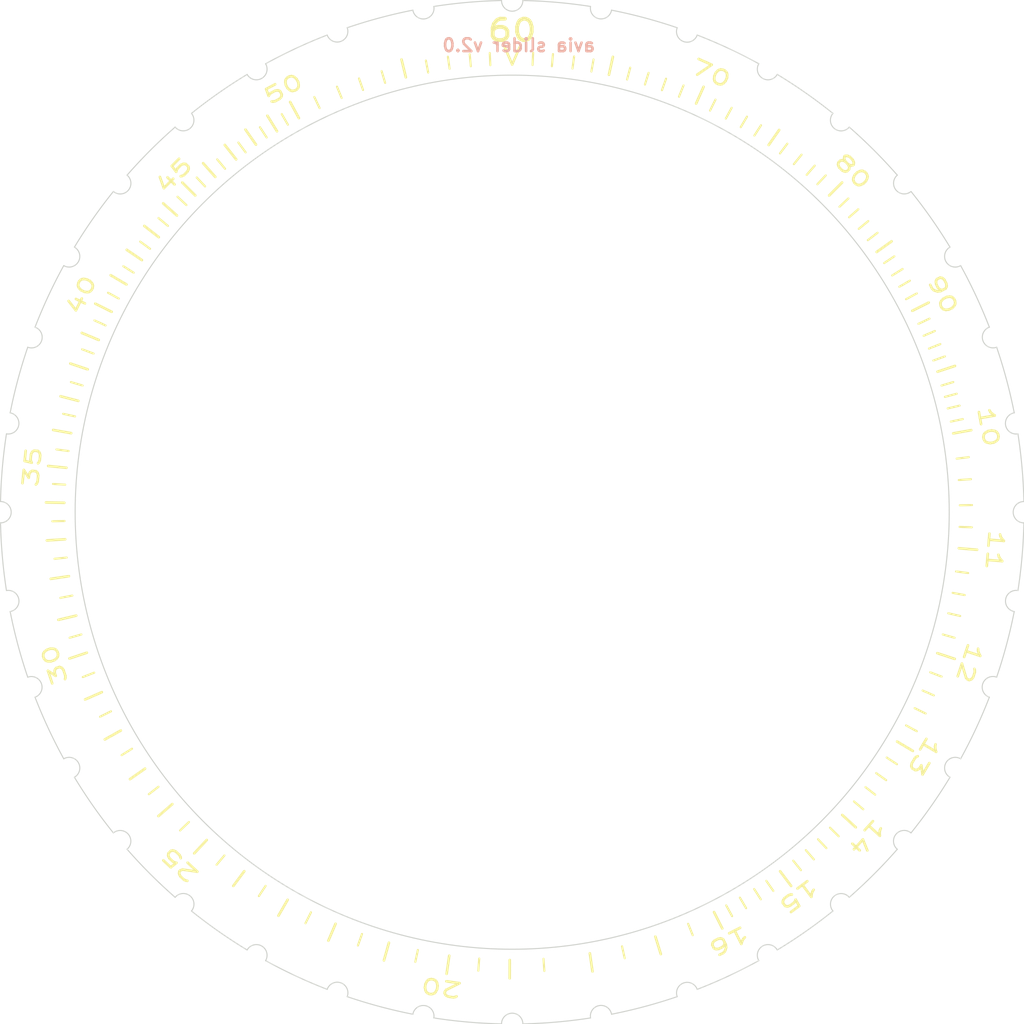
<source format=kicad_pcb>
(kicad_pcb (version 20211014) (generator pcbnew)

  (general
    (thickness 1)
  )

  (paper "A4")
  (layers
    (0 "F.Cu" signal)
    (31 "B.Cu" signal)
    (32 "B.Adhes" user "B.Adhesive")
    (33 "F.Adhes" user "F.Adhesive")
    (34 "B.Paste" user)
    (35 "F.Paste" user)
    (36 "B.SilkS" user "B.Silkscreen")
    (37 "F.SilkS" user "F.Silkscreen")
    (38 "B.Mask" user)
    (39 "F.Mask" user)
    (40 "Dwgs.User" user "User.Drawings")
    (41 "Cmts.User" user "User.Comments")
    (42 "Eco1.User" user "User.Eco1")
    (43 "Eco2.User" user "User.Eco2")
    (44 "Edge.Cuts" user)
    (45 "Margin" user)
    (46 "B.CrtYd" user "B.Courtyard")
    (47 "F.CrtYd" user "F.Courtyard")
    (48 "B.Fab" user)
    (49 "F.Fab" user)
    (50 "User.1" user)
    (51 "User.2" user "Minutes")
    (52 "User.3" user)
    (53 "User.4" user)
    (54 "User.5" user)
    (55 "User.6" user)
    (56 "User.7" user)
    (57 "User.8" user)
    (58 "User.9" user)
  )

  (setup
    (stackup
      (layer "F.SilkS" (type "Top Silk Screen"))
      (layer "F.Paste" (type "Top Solder Paste"))
      (layer "F.Mask" (type "Top Solder Mask") (thickness 0.01))
      (layer "F.Cu" (type "copper") (thickness 0.035))
      (layer "dielectric 1" (type "core") (thickness 0.91) (material "FR4") (epsilon_r 4.5) (loss_tangent 0.02))
      (layer "B.Cu" (type "copper") (thickness 0.035))
      (layer "B.Mask" (type "Bottom Solder Mask") (thickness 0.01))
      (layer "B.Paste" (type "Bottom Solder Paste"))
      (layer "B.SilkS" (type "Bottom Silk Screen"))
      (copper_finish "None")
      (dielectric_constraints no)
    )
    (pad_to_mask_clearance 0)
    (pcbplotparams
      (layerselection 0x00010fc_ffffffff)
      (disableapertmacros false)
      (usegerberextensions false)
      (usegerberattributes true)
      (usegerberadvancedattributes true)
      (creategerberjobfile true)
      (svguseinch false)
      (svgprecision 6)
      (excludeedgelayer true)
      (plotframeref false)
      (viasonmask false)
      (mode 1)
      (useauxorigin false)
      (hpglpennumber 1)
      (hpglpenspeed 20)
      (hpglpendiameter 15.000000)
      (dxfpolygonmode true)
      (dxfimperialunits true)
      (dxfusepcbnewfont true)
      (psnegative false)
      (psa4output false)
      (plotreference true)
      (plotvalue true)
      (plotinvisibletext false)
      (sketchpadsonfab false)
      (subtractmaskfromsilk false)
      (outputformat 1)
      (mirror false)
      (drillshape 0)
      (scaleselection 1)
      (outputdirectory "output/")
    )
  )

  (net 0 "")

  (gr_line (start 199.63 78.14) (end 200 79) (layer "F.SilkS") (width 0.12) (tstamp 826dcf6a-d9a9-4955-a46c-ac784df2ee6e))
  (gr_line (start 200 79) (end 200.37 78.14) (layer "F.SilkS") (width 0.12) (tstamp f96acd88-07ce-4c57-9d9b-a96d9dd8bbed))
  (gr_arc (start 222.723632 92.261363) (mid 223.187249 93.786995) (end 223.548561 95.34004) (layer "Edge.Cuts") (width 0.05) (tstamp 0182b618-d88a-4945-b6c3-fa4925a78896))
  (gr_arc (start 195.34004 123.548562) (mid 195.919268 123.142982) (end 196.324848 123.72221) (layer "Edge.Cuts") (width 0.05) (tstamp 01f89dfb-37ec-49a6-ae68-a9a8395de980))
  (gr_arc (start 223.548562 104.65996) (mid 223.142982 104.080732) (end 223.72221 103.675152) (layer "Edge.Cuts") (width 0.05) (tstamp 03f2e9c1-7b31-4086-85b1-ac47501fcae9))
  (gr_arc (start 181.936328 84.190076) (mid 183.025756 83.025756) (end 184.190076 81.936328) (layer "Edge.Cuts") (width 0.05) (tstamp 07030ba4-2771-4e6f-a091-4a4813b2c747))
  (gr_arc (start 224 100.5) (mid 223.5 100) (end 224 99.5) (layer "Edge.Cuts") (width 0.05) (tstamp 0763ee43-495f-4983-8d1e-4826f5686103))
  (gr_arc (start 196.324848 76.27779) (mid 195.919268 76.857018) (end 195.34004 76.451438) (layer "Edge.Cuts") (width 0.05) (tstamp 0ad57ef5-5388-4caa-a5d2-c75ca435e151))
  (gr_arc (start 176.27779 103.675152) (mid 176.857018 104.080732) (end 176.451438 104.65996) (layer "Edge.Cuts") (width 0.05) (tstamp 0d288fcd-7de0-43ac-96a7-883e4c8ef2e1))
  (gr_arc (start 181.936327 84.190075) (mid 181.997955 84.894491) (end 181.293539 84.956119) (layer "Edge.Cuts") (width 0.05) (tstamp 0e5731aa-0318-4b1e-87f6-c1dbdef8358a))
  (gr_arc (start 188.433013 78.96539) (mid 188.25 79.648403) (end 187.566987 79.46539) (layer "Edge.Cuts") (width 0.05) (tstamp 0e7a0ef8-c1d9-482e-9548-ac04c56296ee))
  (gr_arc (start 178.965391 111.566987) (mid 178.243894 110.145039) (end 177.618388 108.67833) (layer "Edge.Cuts") (width 0.05) (tstamp 12fbb53e-6c0c-40b7-b5bc-6c76590eae77))
  (gr_arc (start 218.706461 84.956119) (mid 218.002045 84.894491) (end 218.063673 84.190075) (layer "Edge.Cuts") (width 0.05) (tstamp 15f86503-02d9-472f-b103-1f8f36844e6f))
  (gr_arc (start 176.451438 95.34004) (mid 176.857018 95.919268) (end 176.27779 96.324848) (layer "Edge.Cuts") (width 0.05) (tstamp 17553ea1-f21d-48c7-9711-f117e9579a89))
  (gr_arc (start 218.063672 115.809924) (mid 216.974244 116.974244) (end 215.809924 118.063672) (layer "Edge.Cuts") (width 0.05) (tstamp 17e6bae5-7d4a-490c-869d-b87e3f48ebea))
  (gr_arc (start 223.722209 96.324848) (mid 223.91386 97.907808) (end 223.999999 99.5) (layer "Edge.Cuts") (width 0.05) (tstamp 180e7171-8b0b-4116-beaf-77bd668e721f))
  (gr_arc (start 218.70646 84.95612) (mid 219.663915 86.231179) (end 220.534609 87.566988) (layer "Edge.Cuts") (width 0.05) (tstamp 185a251a-8de4-4615-ab48-fbc360666538))
  (gr_arc (start 211.566987 121.034609) (mid 210.145039 121.756106) (end 208.67833 122.381612) (layer "Edge.Cuts") (width 0.05) (tstamp 1b53c84d-2f38-4a23-b444-c6c0a1697ce3))
  (gr_arc (start 220.534609 112.433012) (mid 219.663915 113.768821) (end 218.70646 115.043879) (layer "Edge.Cuts") (width 0.05) (tstamp 1bd85367-e455-48dc-b3ed-55539482ff5d))
  (gr_arc (start 188.433013 78.965391) (mid 189.854961 78.243894) (end 191.32167 77.618388) (layer "Edge.Cuts") (width 0.05) (tstamp 1d507392-181d-4a8a-831c-094591f283ee))
  (gr_arc (start 176.451439 95.34004) (mid 176.812751 93.786995) (end 177.276368 92.261363) (layer "Edge.Cuts") (width 0.05) (tstamp 2448ab8c-c3e9-4b60-baf7-e75fa1ab5d9d))
  (gr_arc (start 176 99.5) (mid 176.5 100) (end 176 100.5) (layer "Edge.Cuts") (width 0.05) (tstamp 25b04ab4-058c-4e0b-9ce0-2a5ce6f4ba03))
  (gr_arc (start 184.95612 81.29354) (mid 186.231179 80.336085) (end 187.566988 79.465391) (layer "Edge.Cuts") (width 0.05) (tstamp 29f03200-7758-41f0-9eac-2318a6ff8090))
  (gr_arc (start 184.190076 118.063672) (mid 183.025756 116.974244) (end 181.936328 115.809924) (layer "Edge.Cuts") (width 0.05) (tstamp 319b9ee8-0793-4040-a9cc-1485faac8d67))
  (gr_arc (start 215.043881 118.706461) (mid 215.105509 118.002045) (end 215.809925 118.063673) (layer "Edge.Cuts") (width 0.05) (tstamp 355b9c54-ecc3-44f3-afcb-7ea0d61650ae))
  (gr_arc (start 220.53461 112.433013) (mid 220.351597 111.75) (end 221.03461 111.566987) (layer "Edge.Cuts") (width 0.05) (tstamp 3b249481-6c82-4ea4-a20d-52ab86c01591))
  (gr_arc (start 221.03461 88.433013) (mid 220.351597 88.25) (end 220.53461 87.566987) (layer "Edge.Cuts") (width 0.05) (tstamp 3efbf0e1-41ee-4ea9-9d95-d4f2d567e931))
  (gr_arc (start 222.381613 108.678329) (mid 222.082777 108.037473) (end 222.723633 107.738637) (layer "Edge.Cuts") (width 0.05) (tstamp 3f11df83-7413-47f0-b93f-dab1153032de))
  (gr_arc (start 207.738637 122.723632) (mid 206.213005 123.187249) (end 204.65996 123.548561) (layer "Edge.Cuts") (width 0.05) (tstamp 4063872f-d585-446d-9b2b-23a0c964bf01))
  (gr_arc (start 218.063673 115.809925) (mid 218.002045 115.105509) (end 218.706461 115.043881) (layer "Edge.Cuts") (width 0.05) (tstamp 406c1c2e-8b8d-4fae-968b-7aee5471e0d2))
  (gr_arc (start 178.96539 111.566987) (mid 179.648403 111.75) (end 179.46539 112.433013) (layer "Edge.Cuts") (width 0.05) (tstamp 4e152c0a-7388-4cd9-a50b-df90d2ccb1fc))
  (gr_arc (start 212.433013 79.46539) (mid 211.75 79.648403) (end 211.566987 78.96539) (layer "Edge.Cuts") (width 0.05) (tstamp 550969aa-1cfd-4520-9313-2220a843d97f))
  (gr_arc (start 187.566987 120.53461) (mid 188.25 120.351597) (end 188.433013 121.03461) (layer "Edge.Cuts") (width 0.05) (tstamp 551165fa-1a91-4ec0-a6cd-78fded48c83f))
  (gr_arc (start 196.324848 76.277791) (mid 197.907808 76.08614) (end 199.5 76.000001) (layer "Edge.Cuts") (width 0.05) (tstamp 5adc857c-b630-4fff-bd49-836253c0f5fc))
  (gr_arc (start 204.65996 76.451438) (mid 204.080732 76.857018) (end 203.675152 76.27779) (layer "Edge.Cuts") (width 0.05) (tstamp 60fdad1f-4856-438f-92f9-0458da2dc310))
  (gr_arc (start 222.723633 92.261363) (mid 222.082777 91.962527) (end 222.381613 91.321671) (layer "Edge.Cuts") (width 0.05) (tstamp 644e1bb9-e60e-4a57-ac4f-aa66aacce778))
  (gr_arc (start 208.678329 77.618387) (mid 208.037473 77.917223) (end 207.738637 77.276367) (layer "Edge.Cuts") (width 0.05) (tstamp 69bb6d4f-a5ff-43cd-95c2-c69de27ca73d))
  (gr_arc (start 215.809925 81.936327) (mid 215.105509 81.997955) (end 215.043881 81.293539) (layer "Edge.Cuts") (width 0.05) (tstamp 6ab89c30-00ed-4bda-ab27-85edd492d0fc))
  (gr_arc (start 192.261363 77.276368) (mid 193.786995 76.812751) (end 195.34004 76.451439) (layer "Edge.Cuts") (width 0.05) (tstamp 6c2da652-e621-4b5c-aa66-197efeedd3f0))
  (gr_arc (start 181.293539 115.043881) (mid 181.997955 115.105509) (end 181.936327 115.809925) (layer "Edge.Cuts") (width 0.05) (tstamp 70f74cc6-d27f-43bf-8f74-1fc9ce846cc3))
  (gr_arc (start 184.956119 81.293539) (mid 184.894491 81.997955) (end 184.190075 81.936327) (layer "Edge.Cuts") (width 0.05) (tstamp 7981e008-7c3c-4a11-bbe7-2ef48d1f8386))
  (gr_arc (start 177.276367 107.738637) (mid 177.917223 108.037473) (end 177.618387 108.678329) (layer "Edge.Cuts") (width 0.05) (tstamp 7a1782d1-e750-4df8-828f-294669ad0374))
  (gr_arc (start 199.5 124) (mid 200 123.5) (end 200.5 124) (layer "Edge.Cuts") (width 0.05) (tstamp 8132be9c-e1d3-49cb-a3e9-24d27cc2a78f))
  (gr_arc (start 215.04388 118.70646) (mid 213.768821 119.663915) (end 212.433012 120.534609) (layer "Edge.Cuts") (width 0.05) (tstamp 85678c95-37f5-494c-be7c-63e243fdd5ed))
  (gr_arc (start 191.321671 122.381613) (mid 191.962527 122.082777) (end 192.261363 122.723633) (layer "Edge.Cuts") (width 0.05) (tstamp 87d9c8dd-74eb-4259-9759-efe0adb72b53))
  (gr_arc (start 184.190075 118.063673) (mid 184.894491 118.002045) (end 184.956119 118.706461) (layer "Edge.Cuts") (width 0.05) (tstamp 8da42583-c6cf-40a9-88d8-81196020a596))
  (gr_arc (start 187.566988 120.534609) (mid 186.231179 119.663915) (end 184.956121 118.70646) (layer "Edge.Cuts") (width 0.05) (tstamp 8f427b48-7998-4a50-bb23-c7553d49b1a5))
  (gr_arc (start 195.34004 123.548561) (mid 193.786995 123.187249) (end 192.261363 122.723632) (layer "Edge.Cuts") (width 0.05) (tstamp 955bb44b-3763-4479-b9fc-c0c66948fc63))
  (gr_arc (start 222.381612 108.678329) (mid 221.756106 110.145039) (end 221.034609 111.566987) (layer "Edge.Cuts") (width 0.05) (tstamp a5753440-5576-4459-b607-91ab12c92331))
  (gr_arc (start 211.566987 121.03461) (mid 211.75 120.351597) (end 212.433013 120.53461) (layer "Edge.Cuts") (width 0.05) (tstamp a673f818-608f-4f77-80ab-3bdb6c3aad56))
  (gr_arc (start 177.618387 91.321671) (mid 177.917223 91.962527) (end 177.276367 92.261363) (layer "Edge.Cuts") (width 0.05) (tstamp a7195495-3f44-4109-8648-63919d2970e4))
  (gr_arc (start 200.5 76.000001) (mid 202.092192 76.08614) (end 203.675152 76.277791) (layer "Edge.Cuts") (width 0.05) (tstamp a77ccfc2-5d8c-4710-97a2-16523434b1d3))
  (gr_arc (start 199.5 123.999999) (mid 197.907808 123.91386) (end 196.324848 123.722209) (layer "Edge.Cuts") (width 0.05) (tstamp ad29d5df-4b4f-4ebd-b217-5953d6f7b554))
  (gr_arc (start 200.5 76) (mid 200 76.5) (end 199.5 76) (layer "Edge.Cuts") (width 0.05) (tstamp b3ef408e-8d0f-4eff-9934-84d1c0ae4022))
  (gr_arc (start 203.675152 123.722209) (mid 202.092192 123.91386) (end 200.5 123.999999) (layer "Edge.Cuts") (width 0.05) (tstamp b8589ec6-c264-4e75-b116-5afb00b4ab95))
  (gr_arc (start 191.321671 122.381612) (mid 189.854961 121.756106) (end 188.433013 121.034609) (layer "Edge.Cuts") (width 0.05) (tstamp bcc3178b-8a28-40e8-85f7-928e9dbb0880))
  (gr_arc (start 179.465391 87.566988) (mid 180.336085 86.231179) (end 181.29354 84.956121) (layer "Edge.Cuts") (width 0.05) (tstamp be1eceff-47d4-4938-83df-077e3855db6d))
  (gr_arc (start 212.433012 79.465391) (mid 213.768821 80.336085) (end 215.043879 81.29354) (layer "Edge.Cuts") (width 0.05) (tstamp bfb47430-2c7e-43cc-8f2f-b4ec86346c39))
  (gr_arc (start 221.034609 88.433013) (mid 221.756106 89.854961) (end 222.381612 91.32167) (layer "Edge.Cuts") (width 0.05) (tstamp c2b00556-8d95-4e77-a7bb-a5c0131fb35c))
  (gr_arc (start 203.675152 123.72221) (mid 204.080732 123.142982) (end 204.65996 123.548562) (layer "Edge.Cuts") (width 0.05) (tstamp c3c7ab67-1981-4c00-b436-6e1221ace079))
  (gr_circle (center 200 100) (end 220.5 100) (layer "Edge.Cuts") (width 0.05) (fill none) (tstamp c5b93277-3fc0-4b06-bd36-45cb16cbb369))
  (gr_arc (start 179.46539 87.566987) (mid 179.648403 88.25) (end 178.96539 88.433013) (layer "Edge.Cuts") (width 0.05) (tstamp cbe8250f-522e-42b8-a3f2-ec746d9665da))
  (gr_arc (start 215.809924 81.936328) (mid 216.974244 83.025756) (end 218.063672 84.190076) (layer "Edge.Cuts") (width 0.05) (tstamp d739acc4-1a9c-45c6-9c56-9818e32043ab))
  (gr_arc (start 176.000001 99.5) (mid 176.08614 97.907808) (end 176.277791 96.324848) (layer "Edge.Cuts") (width 0.05) (tstamp d8bfe70e-cbc5-4e57-8dd3-94fe473a77da))
  (gr_arc (start 177.618388 91.321671) (mid 178.243894 89.854961) (end 178.965391 88.433013) (layer "Edge.Cuts") (width 0.05) (tstamp dd1aed76-8d44-40c7-9229-9f6f11c81a44))
  (gr_arc (start 181.29354 115.04388) (mid 180.336085 113.768821) (end 179.465391 112.433012) (layer "Edge.Cuts") (width 0.05) (tstamp de3d5677-7229-4596-8e92-2c067fdc600b))
  (gr_arc (start 207.738637 122.723633) (mid 208.037473 122.082777) (end 208.678329 122.381613) (layer "Edge.Cuts") (width 0.05) (tstamp dedf1d77-08c8-45b3-ac58-20b963ff7634))
  (gr_arc (start 223.72221 96.324848) (mid 223.142982 95.919268) (end 223.548562 95.34004) (layer "Edge.Cuts") (width 0.05) (tstamp e2ed8460-2b33-4d2f-9de7-14c3285485a5))
  (gr_arc (start 223.548561 104.65996) (mid 223.187249 106.213005) (end 222.723632 107.738637) (layer "Edge.Cuts") (width 0.05) (tstamp e474f6c2-f007-4449-bf9f-8d667564b569))
  (gr_arc (start 176.277791 103.675152) (mid 176.08614 102.092192) (end 176.000001 100.5) (layer "Edge.Cuts") (width 0.05) (tstamp e94334cc-cc41-4455-9722-6c8e3095ae2c))
  (gr_arc (start 192.261363 77.276367) (mid 191.962527 77.917223) (end 191.321671 77.618387) (layer "Edge.Cuts") (width 0.05) (tstamp ec812001-a02f-49a3-9a0e-d4c8bdc9d4d8))
  (gr_arc (start 204.65996 76.451439) (mid 206.213005 76.812751) (end 207.738637 77.276368) (layer "Edge.Cuts") (width 0.05) (tstamp f207fb9c-daad-403e-abce-3179193894ce))
  (gr_arc (start 208.678329 77.618388) (mid 210.145039 78.243894) (end 211.566987 78.965391) (layer "Edge.Cuts") (width 0.05) (tstamp f732f801-8bd2-4820-aea5-6a4a70cef8ae))
  (gr_arc (start 177.276368 107.738637) (mid 176.812751 106.213005) (end 176.451439 104.65996) (layer "Edge.Cuts") (width 0.05) (tstamp f798895f-c58c-4854-9be3-f8ac09a831ab))
  (gr_arc (start 223.999999 100.5) (mid 223.91386 102.092192) (end 223.722209 103.675152) (layer "Edge.Cuts") (width 0.05) (tstamp fe712276-277d-4b0f-8dce-cf5a5e9943f0))
  (gr_circle (center 200 100) (end 220.9 100) (layer "User.1") (width 0.1) (fill none) (tstamp 47660a2a-4de3-4931-b35d-2652cce9ac96))
  (gr_circle (center 200 100) (end 223.5 100) (layer "User.1") (width 0.1) (fill none) (tstamp e9313925-bec0-41f7-8b38-5868830e793b))
  (gr_circle (center 200 100) (end 200.07 100) (layer "User.1") (width 0.1) (fill none) (tstamp ec060531-6276-4b06-9366-b8c7c0f8b06a))
  (gr_line (start 188.046743 117.991099) (end 188.378778 117.491346) (layer "User.2") (width 0.03) (tstamp 0058e2a5-9e61-4d60-85c5-74943f4ac3ee))
  (gr_line (start 179.457179 93.325233) (end 180.027813 93.510643) (layer "User.2") (width 0.03) (tstamp 00d9947a-aa7f-4fdc-9edc-0d45c85f5eda))
  (gr_line (start 188.426141 81.762517) (end 188.747637 82.269114) (layer "User.2") (width 0.03) (tstamp 00ed4028-a67f-47c3-8106-0fcaec3f37f9))
  (gr_line (start 193.325233 79.457179) (end 193.510643 80.027813) (layer "User.2") (width 0.03) (tstamp 0190c39e-8f60-4904-8d5a-18254ea11ca2))
  (gr_line (start 178.475754 98.192559) (end 179.07365 98.242766) (layer "User.2") (width 0.03) (tstamp 02e1c709-27c9-483e-b0a4-ef1795a1f033))
  (gr_line (start 211.189383 118.475868) (end 210.878567 117.962649) (layer "User.2") (width 0.03) (tstamp 03d98ca9-dbc2-4201-b500-6a6b38ed3707))
  (gr_line (start 191.214489 80.267418) (end 191.458531 80.815545) (layer "User.2") (width 0.03) (tstamp 042f9a3c-0fcf-47f8-bbb4-ea07699f6451))
  (gr_line (start 191.214489 119.732582) (end 191.458531 119.184455) (layer "User.2") (width 0.03) (tstamp 04d5ebe7-e1f3-477e-94ad-196ad2240975))
  (gr_line (start 210.007194 80.858003) (end 209.729216 81.389725) (layer "User.2") (width 0.03) (tstamp 05c661b3-9fac-4e42-a523-3d7de1644426))
  (gr_line (start 201.807441 78.475754) (end 201.757234 79.07365) (layer "User.2") (width 0.03) (tstamp 05f00b5c-e22a-4c05-b63a-7b59d7096234))
  (gr_line (start 202.257815 121.481673) (end 202.195098 120.88496) (layer "User.2") (width 0.03) (tstamp 06a10359-8fdc-4d4d-bd59-3f12ef94c67b))
  (gr_line (start 199.547644 121.595263) (end 199.560209 120.995395) (layer "User.2") (width 0.03) (tstamp 0766ca67-8c09-4221-90cf-d22ae9cafe47))
  (gr_line (start 183.648907 85.886115) (end 184.103104 86.278167) (layer "User.2") (width 0.03) (tstamp 07780895-de23-4f5c-98af-8b93f9d62de8))
  (gr_line (start 205.808668 79.195689) (end 205.647316 79.773587) (layer "User.2") (width 0.03) (tstamp 0811cb43-e470-4b0c-ba1b-c9d513fd7997))
  (gr_line (start 178.518327 102.257815) (end 179.11504 102.195098) (layer "User.2") (width 0.03) (tstamp 096aab11-22bd-40e9-a7b6-5a114a2ef2cc))
  (gr_line (start 216.351093 85.886115) (end 215.896896 86.278167) (layer "User.2") (width 0.03) (tstamp 09ab0d25-4506-4e6c-a97f-8dbb6826fd7e))
  (gr_line (start 214.113885 83.648907) (end 213.721833 84.103104) (layer "User.2") (width 0.03) (tstamp 0a260f3e-3713-4de1-8c54-9cafc925bd6d))
  (gr_line (start 218.475868 88.810617) (end 217.962649 89.121433) (layer "User.2") (width 0.03) (tstamp 0af3b4b1-a827-4759-a4f4-be9f6d5c9ec3))
  (gr_line (start 217.205046 113.059341) (end 216.727128 112.696582) (layer "User.2") (width 0.03) (tstamp 0d6f676f-a9e3-4b1c-b652-1d4ec6aebfa2))
  (gr_line (start 179.916828 107.95149) (end 180.474694 107.730615) (layer "User.2") (width 0.03) (tstamp 0ded204a-ba6a-4d56-9d59-295aec3d0bbc))
  (gr_line (start 221.127988 104.490893) (end 220.541099 104.366146) (layer "User.2") (width 0.03) (tstamp 0eab9248-5bef-40db-a916-9493b54e61ba))
  (gr_line (start 220.921396 105.371702) (end 220.340246 105.222488) (layer "User.2") (width 0.03) (tstamp 0eda420f-eda6-44ba-a840-e06e3a5a59a6))
  (gr_line (start 217.991099 88.046743) (end 217.491346 88.378778) (layer "User.2") (width 0.03) (tstamp 0f588405-fa87-458c-9100-ec59dbd386a1))
  (gr_line (start 217.474767 87.303839) (end 216.989357 87.65651) (layer "User.2") (width 0.03) (tstamp 0ff10b66-c0b8-4319-ab5f-ca67f6742f10))
  (gr_line (start 187.303839 117.474767) (end 187.65651 116.989357) (layer "User.2") (width 0.03) (tstamp 10a7998e-2c15-4de6-b77c-aeab264fcdfe))
  (gr_line (start 195.952564 78.782595) (end 196.064993 79.371967) (layer "User.2") (width 0.03) (tstamp 10c011dd-bc17-4ae0-95b6-46128a289f46))
  (gr_line (start 191.629663 80.087756) (end 191.862172 80.640874) (layer "User.2") (width 0.03) (tstamp 10d96f79-7756-4ed5-86c3-2352dd0c180e))
  (gr_line (start 180.267418 91.214489) (end 180.815545 91.458531) (layer "User.2") (width 0.03) (tstamp 112cfcd7-8e2b-49a6-a0c0-c20a4155bd60))
  (gr_line (start 188.810617 118.475868) (end 189.121433 117.962649) (layer "User.2") (width 0.03) (tstamp 122a9580-d073-4fd9-948d-f5ee6e413471))
  (gr_line (start 180.858003 89.992806) (end 181.389725 90.270784) (layer "User.2") (width 0.03) (tstamp 1248d4ed-709d-4c68-b1a0-92b72d31144b))
  (gr_line (start 180.087756 91.629663) (end 180.640874 91.862172) (layer "User.2") (width 0.03) (tstamp 12fa46da-b55e-44b4-96b2-da15cd712885))
  (gr_line (start 207.529156 120.245291) (end 207.320013 119.682922) (layer "User.2") (width 0.03) (tstamp 138f1b91-6976-4e09-885e-54f8ba12500a))
  (gr_line (start 182.794954 113.059341) (end 183.272872 112.696582) (layer "User.2") (width 0.03) (tstamp 139ad284-9c26-4497-8cbc-ab8979e22d9f))
  (gr_line (start 219.732582 91.214489) (end 219.184455 91.458531) (layer "User.2") (width 0.03) (tstamp 1445da2e-627d-49dc-a021-5e087c6599cc))
  (gr_line (start 207.10352 120.39853) (end 206.9062 119.831904) (layer "User.2") (width 0.03) (tstamp 15d415a0-09fc-4602-8c8a-af44764c82b8))
  (gr_line (start 208.370337 80.087756) (end 208.137828 80.640874) (layer "User.2") (width 0.03) (tstamp 164e8034-1ebe-473d-9d78-43c5092eb32c))
  (gr_line (start 221.217405 104.047436) (end 220.628033 103.935007) (layer "User.2") (width 0.03) (tstamp 16875f0b-dc4f-4167-84f3-dd8d76145b97))
  (gr_line (start 196.397795 121.297514) (end 196.497856 120.705916) (layer "User.2") (width 0.03) (tstamp 16ce6d97-6016-426c-9a18-2ac41fa822b8))
  (gr_line (start 182.525233 87.303839) (end 183.010643 87.65651) (layer "User.2") (width 0.03) (tstamp 17d627ad-2460-46f5-badf-4a5b6cbb3866))
  (gr_line (start 219.544264 109.196833) (end 219.001368 108.941365) (layer "User.2") (width 0.03) (tstamp 193e6cf2-92bc-4f4f-a6c5-9c29b184d319))
  (gr_line (start 194.191332 120.804311) (end 194.352684 120.226413) (layer "User.2") (width 0.03) (tstamp 1950a4f7-8bd6-4603-b60d-007d7c31d919))
  (gr_line (start 190.39588 119.347374) (end 190.662661 118.809947) (layer "User.2") (width 0.03) (tstamp 1965aab0-a147-4b08-955d-bb74a1e696ff))
  (gr_line (start 179.195689 94.191332) (end 179.773587 94.352684) (layer "User.2") (width 0.03) (tstamp 19c716e8-916a-42e1-80b0-dccdca39a3fc))
  (gr_line (start 180.455736 90.803167) (end 180.998632 91.058635) (layer "User.2") (width 0.03) (tstamp 1a8b9618-d181-449a-bfd2-9881fe2e81df))
  (gr_line (start 209.196833 119.544264) (end 208.941365 119.001368) (layer "User.2") (width 0.03) (tstamp 1ae5ace3-1a56-4aea-bbc3-fb93e44d35ea))
  (gr_line (start 188.9 80.774236) (end 189.5 81.813466) (layer "User.2") (width 0.03) (tstamp 1b62d7c9-21c3-457d-9944-8958203225f0))
  (gr_line (start 178.404737 100.452356) (end 179.004605 100.439791) (layer "User.2") (width 0.03) (tstamp 1c08881b-7911-4650-9eb3-ec851f99fd8a))
  (gr_line (start 220.39853 92.89648) (end 219.831904 93.0938) (layer "User.2") (width 0.03) (tstamp 1c6678c1-4535-4408-8f63-0c9283770e8d))
  (gr_line (start 221.557377 98.643725) (end 220.958561 98.681399) (layer "User.2") (width 0.03) (tstamp 1c7ff80d-9ca4-4afc-ac10-84ba1d682744))
  (gr_line (start 196.844607 78.631718) (end 196.932257 79.225281) (layer "User.2") (width 0.03) (tstamp 1dbd5d38-b607-4061-97c5-6f214de0cc9e))
  (gr_line (start 178.418947 99.095486) (end 179.018421 99.120611) (layer "User.2") (width 0.03) (tstamp 1e7223c3-32c0-4071-87a9-60f06bffeae9))
  (gr_line (start 188.046743 82.008901) (end 188.378778 82.508654) (layer "User.2") (width 0.03) (tstamp 1e9bbb2d-f615-4e13-bc00-16121ee87a3c))
  (gr_line (start 214.854699 116.497815) (end 214.051742 115.606041) (layer "User.2") (width 0.03) (tstamp 1f53e573-68ad-4bdd-8729-9d732d670a88))
  (gr_line (start 220.804311 105.808668) (end 220.226413 105.647316) (layer "User.2") (width 0.03) (tstamp 1f8dff6c-d2ac-45dc-958d-23b99e06bc3c))
  (gr_line (start 207.529156 79.754709) (end 207.320013 80.317078) (layer "User.2") (width 0.03) (tstamp 2025ccd6-965e-4c13-afe4-44d4d8656777))
  (gr_line (start 178.970696 95.067621) (end 179.554843 95.204632) (layer "User.2") (width 0.03) (tstamp 21aafcbc-c34c-4fd4-8e2b-499f0ed5e3f0))
  (gr_line (start 208.785511 119.732582) (end 208.541469 119.184455) (layer "User.2") (width 0.03) (tstamp 2300d190-3243-4145-b612-05636de88afc))
  (gr_line (start 218.237483 88.426141) (end 217.730886 88.747637) (layer "User.2") (width 0.03) (tstamp 25362f9e-94a0-4231-8600-8a073e9a16e9))
  (gr_line (start 179.321899 93.756913) (end 179.896291 93.930332) (layer "User.2") (width 0.03) (tstamp 25ca8e14-809b-4724-b05f-7f08a8eaac7a))
  (gr_line (start 182.263177 87.672587) (end 182.755867 88.015015) (layer "User.2") (width 0.03) (tstamp 263d41ca-428b-45a4-96b4-996e8b6cd119))
  (gr_line (start 199.547644 78.404737) (end 199.560209 79.004605) (layer "User.2") (width 0.03) (tstamp 2a4da8b6-f2e2-484e-a1fb-87bd115bddbf))
  (gr_line (start 220.245291 107.529156) (end 219.682922 107.320013) (layer "User.2") (width 0.03) (tstamp 2bcb76c1-d891-46ec-8bba-3eb074b336b5))
  (gr_line (start 181.293851 110.8) (end 181.813466 110.5) (layer "User.2") (width 0.03) (tstamp 2bdf0218-ef9e-41fd-a24b-35a1052a43e3))
  (gr_line (start 200.904514 121.581053) (end 200.879389 120.981579) (layer "User.2") (width 0.03) (tstamp 2bf771bd-08a1-4b73-9778-5ca9f4f28297))
  (gr_line (start 180.652626 90.39588) (end 181.190053 90.662661) (layer "User.2") (width 0.03) (tstamp 2cc3c414-78b4-42ec-b5c5-b3abcdf40dc8))
  (gr_line (start 193.139823 121.113455) (end 193.510643 119.972187) (layer "User.2") (width 0.03) (tstamp 2da46109-dd4c-487a-bd38-7fb5bcc1b820))
  (gr_line (start 222.078386 102.320532) (end 220.88496 102.195098) (layer "User.2") (width 0.03) (tstamp 2dc55f54-261c-4881-94b8-0986ea1708da))
  (gr_line (start 214.786217 115.745722) (end 214.375489 115.308341) (layer "User.2") (width 0.03) (tstamp 2e1ae9cf-6b96-429d-af5d-67a11c457c17))
  (gr_line (start 200 121.6) (end 200 121) (layer "User.2") (width 0.03) (tstamp 2ebde583-d1ab-421b-a095-7eb3b5c5a651))
  (gr_line (start 179.078604 105.371702) (end 179.659754 105.222488) (layer "User.2") (width 0.03) (tstamp 2f78da15-1f7d-40cd-a51b-e4a99406310c))
  (gr_line (start 212.696161 82.525233) (end 212.34349 83.010643) (layer "User.2") (width 0.03) (tstamp 3029c42e-d985-4d2e-8da6-722cf2641740))
  (gr_line (start 208.370337 119.912244) (end 208.137828 119.359126) (layer "User.2") (width 0.03) (tstamp 3302c554-9615-4956-bc4a-15ccadd89b7a))
  (gr_line (start 188.426141 118.237483) (end 188.747637 117.730886) (layer "User.2") (width 0.03) (tstamp 3304b061-4dcc-409f-b25d-c853fb7d1dd4))
  (gr_line (start 189.594121 81.071776) (end 189.883173 81.59756) (layer "User.2") (width 0.03) (tstamp 330f42ab-2a41-4283-9f68-f4811197ea14))
  (gr_line (start 186.940659 117.205046) (end 187.303418 116.727128) (layer "User.2") (width 0.03) (tstamp 3371b401-3a49-4f29-8ac7-a7fe080efe77))
  (gr_line (start 207.10352 79.60147) (end 206.9062 80.168096) (layer "User.2") (width 0.03) (tstamp 33ae149d-d26a-417e-844b-49cecb3a2736))
  (gr_line (start 182.039823 113.048833) (end 183.010643 112.343491) (layer "User.2") (width 0.03) (tstamp 33bfd265-a534-4924-a227-02b9292cc004))
  (gr_line (start 189.2 118.706149) (end 189.5 118.186534) (layer "User.2") (width 0.03) (tstamp 35e2776a-f807-4c1e-adff-582f4dcb0547))
  (gr_line (start 220.678101 93.756913) (end 220.103709 93.930332) (layer "User.2") (width 0.03) (tstamp 37242f9c-d2c9-46b0-96be-d0007fad00c6))
  (gr_line (start 211.189383 81.524132) (end 210.878567 82.037351) (layer "User.2") (width 0.03) (tstamp 37260a63-10d9-4782-8a37-f16b4c5f0491))
  (gr_line (start 179.60147 107.10352) (end 180.168096 106.9062) (layer "User.2") (width 0.03) (tstamp 379a3dbb-01c3-490b-842b-157b834a7ad2))
  (gr_line (start 178.872012 104.490893) (end 179.458901 104.366146) (layer "User.2") (width 0.03) (tstamp 38036431-c52d-4026-8b2e-f446a8d44d75))
  (gr_line (start 182.039823 86.951167) (end 183.010643 87.656509) (layer "User.2") (width 0.03) (tstamp 397ce394-40f3-4a93-ab6f-ecc01f9f3f4e))
  (gr_line (start 220.678101 106.243087) (end 220.103709 106.069668) (layer "User.2") (width 0.03) (tstamp 39cf9697-5868-454c-8442-f522fbe8f2e4))
  (gr_line (start 217.736823 112.327413) (end 217.244133 111.984985) (layer "User.2") (width 0.03) (tstamp 3a952a44-98e3-4167-844a-d3a3dbe9206a))
  (gr_line (start 216.497815 114.854699) (end 215.606041 114.051742) (layer "User.2") (width 0.03) (tstamp 3b602c72-3a58-4c58-9085-d25a0da26df8))
  (gr_line (start 221.029304 104.932379) (end 220.445157 104.795368) (layer "User.2") (width 0.03) (tstamp 3bcbbed7-f879-4193-b47e-bb247bfc589b))
  (gr_line (start 179.754709 92.470844) (end 180.317078 92.679987) (layer "User.2") (width 0.03) (tstamp 3bfc7708-f57c-4aa6-9a96-fd71db2ee67e))
  (gr_line (start 218.928224 110.405879) (end 218.40244 110.116827) (layer "User.2") (width 0.03) (tstamp 3cf9a1cc-fd70-47b1-9135-6517196d5559))
  (gr_line (start 189.2 81.293851) (end 189.5 81.813466) (layer "User.2") (width 0.03) (tstamp 3e485521-dca7-4bb6-862e-3795ed038f92))
  (gr_line (start 186.231642 116.643086) (end 186.614096 116.180778) (layer "User.2") (width 0.03) (tstamp 3ea906b0-e110-4ffa-a466-deed707d3f57))
  (gr_line (start 217.960177 86.951167) (end 216.989357 87.656509) (layer "User.2") (width 0.03) (tstamp 3eaf4e84-9471-4ff6-a2ec-f7c7c012568c))
  (gr_line (start 216.497815 85.145301) (end 215.606041 85.948258) (layer "User.2") (width 0.03) (tstamp 3f5033c0-604a-4abd-8ad5-922cedab397a))
  (gr_line (start 210.8 118.706149) (end 210.5 118.186534) (layer "User.2") (width 0.03) (tstamp 401be37c-5792-4078-96f2-3355035d31d3))
  (gr_line (start 183.948072 114.453221) (end 184.393959 114.051743) (layer "User.2") (width 0.03) (tstamp 405ccdb0-de85-4ed8-be0a-6d3f9d4202e9))
  (gr_line (start 213.768358 83.356914) (end 213.385904 83.819222) (layer "User.2") (width 0.03) (tstamp 409ea8fd-5b84-43bb-bb60-d64989daf261))
  (gr_line (start 215.112728 84.56739) (end 214.69293 84.996074) (layer "User.2") (width 0.03) (tstamp 41f4b1c0-84b6-4e11-84e9-a7b2be0a5cf5))
  (gr_line (start 221.368282 103.155393) (end 220.774719 103.067743) (layer "User.2") (width 0.03) (tstamp 421e8321-2904-4a43-9c07-2661027c3aa1))
  (gr_line (start 220.083172 107.95149) (end 219.525306 107.730615) (layer "User.2") (width 0.03) (tstamp 42bbb419-1b4f-4caa-9a81-0bf4dccf6040))
  (gr_line (start 197.292802 78.570322) (end 197.368002 79.165591) (layer "User.2") (width 0.03) (tstamp 436d6d02-9808-4690-b1d6-c5a4e2b54086))
  (gr_line (start 216.351093 114.113885) (end 215.896896 113.721833) (layer "User.2") (width 0.03) (tstamp 43f8537f-438c-46da-a1d1-6b4f4ee07e71))
  (gr_line (start 213.059341 117.205046) (end 212.696582 116.727128) (layer "User.2") (width 0.03) (tstamp 4496211d-e350-4c4d-aa89-ba5aaf942922))
  (gr_line (start 221.297514 103.602205) (end 220.705916 103.502144) (layer "User.2") (width 0.03) (tstamp 475f3ed3-5f88-4f9c-8d77-b04da0f8b48a))
  (gr_line (start 211.573859 118.237483) (end 211.252363 117.730886) (layer "User.2") (width 0.03) (tstamp 4792d40e-1956-4828-8951-a01fd25e91f4))
  (gr_line (start 200.452356 121.595263) (end 200.439791 120.995395) (layer "User.2") (width 0.03) (tstamp 47abc3d3-e030-4ba6-af63-777e7f1d1bdd))
  (gr_line (start 221.368282 96.844607) (end 220.774719 96.932257) (layer "User.2") (width 0.03) (tstamp 48f4e6be-f56b-4326-a439-cac261d69f43))
  (gr_line (start 189.992806 80.858003) (end 190.270784 81.389725) (layer "User.2") (width 0.03) (tstamp 49a7edf9-c117-4b00-a455-5993542f9453))
  (gr_line (start 219.347374 90.39588) (end 218.809947 90.662661) (layer "User.2") (width 0.03) (tstamp 49d69aae-a202-421c-ae7f-d0cbde59200b))
  (gr_line (start 192.89648 120.39853) (end 193.0938 119.831904) (layer "User.2") (width 0.03) (tstamp 4b288944-1f80-4cbd-9461-da8124a2f5a5))
  (gr_line (start 216.051928 114.453221) (end 215.606041 114.051743) (layer "User.2") (width 0.03) (tstamp 4bab5257-b2a6-45e8-aa07-07b42087f516))
  (gr_line (start 215.112728 115.43261) (end 214.69293 115.003926) (layer "User.2") (width 0.03) (tstamp 4be4d684-82be-4ee6-b6f3-007393375e02))
  (gr_line (start 196.844607 121.368282) (end 196.932257 120.774719) (layer "User.2") (width 0.03) (tstamp 4c0e1a9f-6849-4016-8e18-ac72914362db))
  (gr_line (start 198.643725 121.557377) (end 198.681399 120.958561) (layer "User.2") (width 0.03) (tstamp 4dbcd1b9-88b0-47b2-b509-5685e44b0c4a))
  (gr_line (start 221.595263 99.547644) (end 220.995395 99.560209) (layer "User.2") (width 0.03) (tstamp 4dd1e742-13bf-4efe-9126-81351ba4d635))
  (gr_line (start 178.285123 95.38436) (end 179.4589 95.633854) (layer "User.2") (width 0.03) (tstamp 4e4b6929-f02e-4e6e-8b81-9f11ca034947))
  (gr_line (start 221.595263 100.452356) (end 220.995395 100.439791) (layer "User.2") (width 0.03) (tstamp 4e4ebb3c-d3b1-454d-91fd-3f2bb9bdcae1))
  (gr_line (start 194.628298 79.078604) (end 194.777512 79.659754) (layer "User.2") (width 0.03) (tstamp 4e51e945-7ee2-48e4-9777-ad2b6b8ba99d))
  (gr_line (start 212.696161 117.474767) (end 212.34349 116.989357) (layer "User.2") (width 0.03) (tstamp 4e777e07-6baf-4fff-8f3b-98495da57fde))
  (gr_line (start 197.679468 77.921614) (end 197.804902 79.11504) (layer "User.2") (width 0.03) (tstamp 512f5bb0-1c45-4523-80ab-031a45123c07))
  (gr_line (start 178.872012 95.509107) (end 179.458901 95.633854) (layer "User.2") (width 0.03) (tstamp 51ec2ae7-3716-493d-841e-7aa841b46476))
  (gr_line (start 220.804311 94.191332) (end 220.226413 94.352684) (layer "User.2") (width 0.03) (tstamp 527492a6-7c19-469c-af37-9ae8a6658223))
  (gr_line (start 222.078386 97.679468) (end 220.88496 97.804902) (layer "User.2") (width 0.03) (tstamp 5317e6c1-acfa-48ec-96f5-895781af0da4))
  (gr_line (start 203.602205 78.702486) (end 203.502144 79.294084) (layer "User.2") (width 0.03) (tstamp 56122de5-2850-460c-a967-175e604da0a0))
  (gr_line (start 178.782595 104.047436) (end 179.371967 103.935007) (layer "User.2") (width 0.03) (tstamp 567f4b42-7119-4b5f-a894-92f45e7be2a8))
  (gr_line (start 180.774236 88.9) (end 181.813466 89.5) (layer "User.2") (width 0.03) (tstamp 56b02eae-8513-4d71-8ef0-9f3bd9539e21))
  (gr_line (start 177.921614 97.679468) (end 179.11504 97.804902) (layer "User.2") (width 0.03) (tstamp 56b0d4bb-0c2a-4f52-8b09-7876a54fde82))
  (gr_line (start 220.083172 92.04851) (end 219.525306 92.269385) (layer "User.2") (width 0.03) (tstamp 5868464b-70c0-47f7-b764-c75cea1b1438))
  (gr_line (start 221.429678 102.707198) (end 220.834409 102.631998) (layer "User.2") (width 0.03) (tstamp 589d0106-f18f-4ccf-87a5-0546106b0d60))
  (gr_line (start 179.078604 94.628298) (end 179.659754 94.777512) (layer "User.2") (width 0.03) (tstamp 5a783e2a-045c-4a15-825f-1860517367fe))
  (gr_line (start 221.127988 95.509107) (end 220.541099 95.633854) (layer "User.2") (width 0.03) (tstamp 5aac503e-6983-4d30-a0b3-8fdedfef556b))
  (gr_line (start 185.546779 83.948072) (end 185.948257 84.393959) (layer "User.2") (width 0.03) (tstamp 5abac9f6-99cb-4ca5-a156-4567dec56ed6))
  (gr_line (start 214.113885 116.351093) (end 213.721833 115.896896) (layer "User.2") (width 0.03) (tstamp 5aec9df8-168a-4ea9-9151-a9d10ecafcd7))
  (gr_line (start 182.008901 88.046743) (end 182.508654 88.378778) (layer "User.2") (width 0.03) (tstamp 5bf38698-1217-48f8-8853-da61203dd148))
  (gr_line (start 187.672587 82.263177) (end 188.015015 82.755867) (layer "User.2") (width 0.03) (tstamp 5cc02c33-eb99-45fb-af3c-169513f99781))
  (gr_line (start 180.455736 109.196833) (end 180.998632 108.941365) (layer "User.2") (width 0.03) (tstamp 5dc3c0fb-b8ab-4500-8126-e68e114005e0))
  (gr_line (start 178.285123 104.61564) (end 179.4589 104.366146) (layer "User.2") (width 0.03) (tstamp 5ed7dd9e-be27-4155-90e6-268c47aaebcf))
  (gr_line (start 219.347374 109.60412) (end 218.809947 109.337339) (layer "User.2") (width 0.03) (tstamp 5ed80824-0d36-417f-b626-7a7232c007c7))
  (gr_line (start 206.860177 121.113455) (end 206.489357 119.972187) (layer "User.2") (width 0.03) (tstamp 5f11f869-d64c-473d-a093-cc2d345dfffd))
  (gr_line (start 183.072221 113.416792) (end 183.542437 113.044103) (layer "User.2") (width 0.03) (tstamp 5f4abefd-5b73-4a51-a632-e2258c084737))
  (gr_line (start 217.960177 113.048833) (end 216.989357 112.343491) (layer "User.2") (width 0.03) (tstamp 5fc090af-e24f-4677-853e-44bd3583b26f))
  (gr_line (start 178.475754 101.807441) (end 179.07365 101.757234) (layer "User.2") (width 0.03) (tstamp 5fca08c3-2de1-432a-93f1-ced4270f8c1b))
  (gr_line (start 213.416792 116.927779) (end 213.044103 116.457563) (layer "User.2") (width 0.03) (tstamp 609c6f6d-f483-437e-a0e4-4e9605cd9e2c))
  (gr_line (start 190.970447 120.280709) (end 191.458531 119.184454) (layer "User.2") (width 0.03) (tstamp 60e0bc70-1f56-4933-a2f3-1948a032b589))
  (gr_line (start 200 122.2) (end 200 121) (layer "User.2") (width 0.03) (tstamp 623c9213-e4ee-49fb-af51-96f9736bf37d))
  (gr_line (start 180.652626 109.60412) (end 181.190053 109.337339) (layer "User.2") (width 0.03) (tstamp 6284d21f-1c3f-4e60-9db8-4bda9478d6a1))
  (gr_line (start 185.145301 83.502185) (end 185.948258 84.393959) (layer "User.2") (width 0.03) (tstamp 62876834-1e1c-4b6f-bb40-d27eb87ed2dc))
  (gr_line (start 185.213783 115.745722) (end 185.624511 115.308341) (layer "User.2") (width 0.03) (tstamp 62adf0e3-1327-410d-a0ef-f13fb21668c3))
  (gr_line (start 183.648907 114.113885) (end 184.103104 113.721833) (layer "User.2") (width 0.03) (tstamp 63cf538d-9605-4831-b8f2-3a63914d216d))
  (gr_line (start 221.581053 99.095486) (end 220.981579 99.120611) (layer "User.2") (width 0.03) (tstamp 6506f4d8-b2bf-4216-8537-df6d94bda6b5))
  (gr_line (start 221.029304 95.067621) (end 220.445157 95.204632) (layer "User.2") (width 0.03) (tstamp 651154fb-6c59-4ef1-aaec-d8f1c9af5e9e))
  (gr_line (start 220.542821 93.325233) (end 219.972187 93.510643) (layer "User.2") (width 0.03) (tstamp 651ff90e-5abe-4fa7-a0a9-d399ec41a2e4))
  (gr_line (start 204.61564 121.714877) (end 204.366146 120.5411) (layer "User.2") (width 0.03) (tstamp 6613baf6-09e2-467f-93a5-88083a63a041))
  (gr_line (start 179.195689 105.808668) (end 179.773587 105.647316) (layer "User.2") (width 0.03) (tstamp 668015c3-fde9-4bc9-b0b1-1093c089596b))
  (gr_line (start 192.89648 79.60147) (end 193.0938 80.168096) (layer "User.2") (width 0.03) (tstamp 6730e76c-e04d-44ad-9a4c-cca887c6aed7))
  (gr_line (start 212.327413 117.736823) (end 211.984985 117.244133) (layer "User.2") (width 0.03) (tstamp 69774a36-ee2d-4c65-b0c5-b8c33e896628))
  (gr_line (start 218.706149 110.8) (end 218.186534 110.5) (layer "User.2") (width 0.03) (tstamp 6a399c89-aa97-477d-a055-a443b8c86190))
  (gr_line (start 183.502185 114.854699) (end 184.393959 114.051742) (layer "User.2") (width 0.03) (tstamp 6a54e8c0-09d9-4b97-a50b-af9f2b9f202f))
  (gr_line (start 180.087756 108.370337) (end 180.640874 108.137828) (layer "User.2") (width 0.03) (tstamp 6b2e1276-c9f4-465d-b5ab-caaca8b59ea3))
  (gr_line (start 215.745722 85.213783) (end 215.308341 85.624511) (layer "User.2") (width 0.03) (tstamp 6b3f15af-cc4e-4a4e-874d-f2bae2614316))
  (gr_line (start 204.490893 78.872012) (end 204.366146 79.458901) (layer "User.2") (width 0.03) (tstamp 6bb9e141-79fe-4446-8841-3538448d0cc7))
  (gr_line (start 199.095486 78.418947) (end 199.120611 79.018421) (layer "User.2") (width 0.03) (tstamp 6c9411b0-d9c1-40b8-8917-443dae6176c7))
  (gr_line (start 206.674767 120.542821) (end 206.489357 119.972187) (layer "User.2") (width 0.03) (tstamp 6c9e0a18-72e8-4ea1-931a-bdf9b47cd103))
  (gr_line (start 198.192559 78.475754) (end 198.242766 79.07365) (layer "User.2") (width 0.03) (tstamp 6db2be74-bba7-4b7b-9bde-f139d0b30c7b))
  (gr_line (start 197.742185 78.518327) (end 197.804902 79.11504) (layer "User.2") (width 0.03) (tstamp 6e1a9dd2-c212-475f-9c21-6d031dfe63b9))
  (gr_line (start 205.371702 79.078604) (end 205.222488 79.659754) (layer "User.2") (width 0.03) (tstamp 6ec613db-63c4-4afd-bdbc-2c8149d32521))
  (gr_line (start 207.95149 120.083172) (end 207.730615 119.525306) (layer "User.2") (width 0.03) (tstamp 6f2d3635-32ab-41b5-be72-b7d3d830de81))
  (gr_line (start 221.481673 97.742185) (end 220.88496 97.804902) (layer "User.2") (width 0.03) (tstamp 6ffb5670-c699-4f02-9cce-c566ac3c66ed))
  (gr_line (start 218.706149 89.2) (end 218.186534 89.5) (layer "User.2") (width 0.03) (tstamp 71447766-c3e6-482f-aa3d-f88ae7c70a1d))
  (gr_line (start 219.225764 111.1) (end 218.186534 110.5) (layer "User.2") (width 0.03) (tstamp 722521dc-0b8f-4b15-bde9-8df0c268d8b0))
  (gr_line (start 211.1 80.774236) (end 210.5 81.813466) (layer "User.2") (width 0.03) (tstamp 72513e16-4c56-4f99-bd04-8105a3856f4b))
  (gr_line (start 206.674767 79.457179) (end 206.489357 80.027813) (layer "User.2") (width 0.03) (tstamp 72b0a11f-e5aa-4922-84b1-3e3f990a3a20))
  (gr_line (start 179.60147 92.89648) (end 180.168096 93.0938) (layer "User.2") (width 0.03) (tstamp 72eeff87-4960-4225-ae07-b31c72774788))
  (gr_line (start 201.356275 121.557377) (end 201.318601 120.958561) (layer "User.2") (width 0.03) (tstamp 738a8188-b10f-4efb-b7ad-4a2c47098594))
  (gr_line (start 221.557377 101.356275) (end 220.958561 101.318601) (layer "User.2") (width 0.03) (tstamp 746d0e56-888b-4db1-8956-58bd8aa8369a))
  (gr_line (start 184.254278 114.786217) (end 184.691659 114.375489) (layer "User.2") (width 0.03) (tstamp 747c2650-dc2e-41e9-b244-180505a55956))
  (gr_line (start 184.56739 115.112728) (end 184.996074 114.69293) (layer "User.2") (width 0.03) (tstamp 74b9d38e-dbd4-417f-8599-9f6dea07fb6c))
  (gr_line (start 200 78.4) (end 200 79) (layer "User.2") (width 0.03) (tstamp 75934b08-548e-4641-b5d4-8f32a6058f7e))
  (gr_line (start 220.280709 109.029553) (end 219.184454 108.541469) (layer "User.2") (width 0.03) (tstamp 772339af-97f8-4ae3-b729-adb0499d377c))
  (gr_line (start 205.808668 120.804311) (end 205.647316 120.226413) (layer "User.2") (width 0.03) (tstamp 779c89f4-4b27-4f7a-8cd1-062ac79e9946))
  (gr_line (start 178.404737 99.547644) (end 179.004605 99.560209) (layer "User.2") (width 0.03) (tstamp 77a42297-f892-4a75-a324-1dd2e73a9b92))
  (gr_line (start 202.707198 121.429678) (end 202.631998 120.834409) (layer "User.2") (width 0.03) (tstamp 7825e472-3294-4ef5-a3a6-202cda00e173))
  (gr_line (start 197.679468 122.078386) (end 197.804902 120.88496) (layer "User.2") (width 0.03) (tstamp 78a7a086-c44a-4a43-8d14-fe28143d5724))
  (gr_line (start 186.951167 82.039823) (end 187.656509 83.010643) (layer "User.2") (width 0.03) (tstamp 78c8de12-de1b-4bb0-8a7e-39e53c27f8c2))
  (gr_line (start 204.61564 78.285123) (end 204.366146 79.4589) (layer "User.2") (width 0.03) (tstamp 78edfcd5-5fe0-4c4d-b1c8-28adfa3f5a98))
  (gr_line (start 217.205046 86.940659) (end 216.727128 87.303418) (layer "User.2") (width 0.03) (tstamp 794e85a0-307e-4270-a75e-dd60f5eefbf3))
  (gr_line (start 212.327413 82.263177) (end 211.984985 82.755867) (layer "User.2") (width 0.03) (tstamp 7a98d582-03a9-4506-9625-15d7d791582b))
  (gr_line (start 202.320532 122.078386) (end 202.195098 120.88496) (layer "User.2") (width 0.03) (tstamp 7c92c5d7-a5ef-4fb8-974b-0bf471acf3d1))
  (gr_line (start 184.56739 84.887272) (end 184.996074 85.30707) (layer "User.2") (width 0.03) (tstamp 7cb0a12d-bcb2-4ab9-bae9-48f96e0b6272))
  (gr_line (start 182.263177 112.327413) (end 182.755867 111.984985) (layer "User.2") (width 0.03) (tstamp 7cbce217-bbea-49e4-9f2e-fe45720c1622))
  (gr_line (start 200.452356 78.404737) (end 200.439791 79.004605) (layer "User.2") (width 0.03) (tstamp 7cc4db52-ef92-4127-9ed8-2c9350e5cdc9))
  (gr_line (start 195.38436 121.714877) (end 195.633854 120.5411) (layer "User.2") (width 0.03) (tstamp 80748570-28cc-49fb-a623-ecbe0091df9d))
  (gr_line (start 185.213783 84.254278) (end 185.624511 84.691659) (layer "User.2") (width 0.03) (tstamp 80bc172d-0685-46ad-9b6e-751f8d06e01d))
  (gr_line (start 215.745722 114.786217) (end 215.308341 114.375489) (layer "User.2") (width 0.03) (tstamp 812ab336-3bf0-4ac8-b4f8-2c5f306d2f23))
  (gr_line (start 221.714877 95.38436) (end 220.5411 95.633854) (layer "User.2") (width 0.03) (tstamp 822ac5cc-aba8-4ee4-a4bb-bf36ca0133e8))
  (gr_line (start 205.371702 120.921396) (end 205.222488 120.340246) (layer "User.2") (width 0.03) (tstamp 82749033-821f-408c-b620-ee6fe9e10b5a))
  (gr_line (start 178.702486 96.397795) (end 179.294084 96.497856) (layer "User.2") (width 0.03) (tstamp 827cb42c-e07f-4255-b498-a955236519d4))
  (gr_line (start 183.356914 113.768358) (end 183.819222 113.385904) (layer "User.2") (width 0.03) (tstamp 82bb743c-0fdf-48d4-bc7f-fbc970cc6975))
  (gr_line (start 213.048833 117.960177) (end 212.343491 116.989357) (layer "User.2") (width 0.03) (tstamp 83cb2607-0cb1-4cef-af6c-5714c9966c19))
  (gr_line (start 209.029553 120.280709) (end 208.541469 119.184454) (layer "User.2") (width 0.03) (tstamp 83ea2fda-f77e-45e6-b0b4-07c181f37d01))
  (gr_line (start 209.196833 80.455736) (end 208.941365 80.998632) (layer "User.2") (width 0.03) (tstamp 8455b16e-3611-4633-be18-1f3f22a233c9))
  (gr_line (start 217.474767 112.696161) (end 216.989357 112.34349) (layer "User.2") (width 0.03) (tstamp 855b6502-fb88-4e37-9b39-ea3825480191))
  (gr_line (start 218.237483 111.573859) (end 217.730886 111.252363) (layer "User.2") (width 0.03) (tstamp 85d36506-b5f4-4d9c-a565-aea8d470b58d))
  (gr_line (start 190.803167 80.455736) (end 191.058635 80.998632) (layer "User.2") (width 0.03) (tstamp 866e497a-10c9-4085-bdcc-eeed2c975927))
  (gr_line (start 192.04851 120.083172) (end 192.269385 119.525306) (layer "User.2") (width 0.03) (tstamp 86a60b1a-a9a7-4118-89f9-28614ad2ee12))
  (gr_line (start 202.320532 77.921614) (end 202.195098 79.11504) (layer "User.2") (width 0.03) (tstamp 86aecd48-49bb-4eda-937b-22fce1e75a2a))
  (gr_line (start 195.067621 78.970696) (end 195.204632 79.554843) (layer "User.2") (width 0.03) (tstamp 88be0eed-f7e2-41e3-aa4f-9f97aa87acd8))
  (gr_line (start 179.719291 109.029553) (end 180.815546 108.541469) (layer "User.2") (width 0.03) (tstamp 89107e79-5dc1-440c-8ed1-13fd303e91c4))
  (gr_line (start 221.113455 106.860177) (end 219.972187 106.489357) (layer "User.2") (width 0.03) (tstamp 89150453-0cd7-48a6-8b72-707b536585c7))
  (gr_line (start 219.544264 90.803167) (end 219.001368 91.058635) (layer "User.2") (width 0.03) (tstamp 8a36009f-f72b-48e3-bf5a-8278bba547a0))
  (gr_line (start 181.071776 89.594121) (end 181.59756 89.883173) (layer "User.2") (width 0.03) (tstamp 8a958d6a-5e45-45b0-bb21-d8c496c07e68))
  (gr_line (start 178.886545 106.860177) (end 180.027813 106.489357) (layer "User.2") (width 0.03) (tstamp 8c769332-7232-44a4-9c1d-aec9806f9e48))
  (gr_line (start 218.928224 89.594121) (end 218.40244 89.883173) (layer "User.2") (width 0.03) (tstamp 8dbede2e-aebd-4837-bf09-c0fe21ca745f))
  (gr_line (start 198.192559 121.524246) (end 198.242766 120.92635) (layer "User.2") (width 0.03) (tstamp 8ea2b5cc-7846-4c4f-bc49-8b61e7e21529))
  (gr_line (start 217.991099 111.953257) (end 217.491346 111.621222) (layer "User.2") (width 0.03) (tstamp 909a52c2-abc6-4861-a82e-b2d2403255e8))
  (gr_line (start 190.970447 79.719291) (end 191.458531 80.815546) (layer "User.2") (width 0.03) (tstamp 913a21c7-fe74-4d9a-979e-b3fd76152c1a))
  (gr_line (start 180.267418 108.785511) (end 180.815545 108.541469) (layer "User.2") (width 0.03) (tstamp 92f68833-99bd-420a-a76c-58d5c0491402))
  (gr_line (start 214.786217 84.254278) (end 214.375489 84.691659) (layer "User.2") (width 0.03) (tstamp 940ed2d9-3064-44bb-9492-33e3cfc9aff0))
  (gr_line (start 207.95149 79.916828) (end 207.730615 80.474694) (layer "User.2") (width 0.03) (tstamp 95035e93-6a75-4ae0-af21-87cb25586a0e))
  (gr_line (start 193.756913 120.678101) (end 193.930332 120.103709) (layer "User.2") (width 0.03) (tstamp 95e5ced1-b8c2-40ea-951a-655f87536461))
  (gr_line (start 181.524132 111.189383) (end 182.037351 110.878567) (layer "User.2") (width 0.03) (tstamp 95ee2a76-0e5b-4602-af03-820e9a534679))
  (gr_line (start 198.643725 78.442623) (end 198.681399 79.041439) (layer "User.2") (width 0.03) (tstamp 96d7790e-fa19-4a3f-a2a4-dd74da59994d))
  (gr_line (start 203.155393 78.631718) (end 203.067743 79.225281) (layer "User.2") (width 0.03) (tstamp 970c3568-e0c4-4d01-89b3-6dd514ab392c))
  (gr_line (start 177.921614 102.320532) (end 179.11504 102.195098) (layer "User.2") (width 0.03) (tstamp 989b92d6-6106-4a9c-9825-d0fdc1ce0cce))
  (gr_line (start 208.785511 80.267418) (end 208.541469 80.815545) (layer "User.2") (width 0.03) (tstamp 9919bd7c-cf2d-4d37-b227-13efd87b95ee))
  (gr_line (start 209.60412 80.652626) (end 209.337339 81.190053) (layer "User.2") (width 0.03) (tstamp 99368cdc-efac-4c1c-8853-f830b858816e))
  (gr_line (start 218.475868 111.189383) (end 217.962649 110.878567) (layer "User.2") (width 0.03) (tstamp 995fc4ac-deff-4422-bdaa-c982a2074623))
  (gr_line (start 185.145301 116.497815) (end 185.948258 115.606041) (layer "User.2") (width 0.03) (tstamp 9a507a48-db5b-4d35-ba89-09225a062829))
  (gr_line (start 188.810617 81.524132) (end 189.121433 82.037351) (layer "User.2") (width 0.03) (tstamp 9ac7041c-e075-436c-b439-03666d2148b6))
  (gr_line (start 204.047436 78.782595) (end 203.935007 79.371967) (layer "User.2") (width 0.03) (tstamp 9ad81ffa-54e5-4709-9b9d-dad2e2a97e6d))
  (gr_line (start 187.303839 82.525233) (end 187.65651 83.010643) (layer "User.2") (width 0.03) (tstamp 9b778ed5-147b-49af-b0ee-055d68fca657))
  (gr_line (start 203.155393 121.368282) (end 203.067743 120.774719) (layer "User.2") (width 0.03) (tstamp 9b8f912a-5e7c-4102-979b-c42b45d79fd4))
  (gr_line (start 210.405879 118.928224) (end 210.116827 118.40244) (layer "User.2") (width 0.03) (tstamp 9bc0f81f-874c-460b-b6f2-2f10252c8a54))
  (gr_line (start 216.643086 86.231642) (end 216.180778 86.614096) (layer "User.2") (width 0.03) (tstamp 9bc2cda3-3fd9-424d-9346-09bbab90c275))
  (gr_line (start 179.321899 106.243087) (end 179.896291 106.069668) (layer "User.2") (width 0.03) (tstamp 9c4e7cfa-8a8e-4405-b87c-d55b9dcd218d))
  (gr_line (start 204.932379 78.970696) (end 204.795368 79.554843) (layer "User.2") (width 0.03) (tstamp 9c6f32fe-73bb-4568-a6d3-35ae105fac46))
  (gr_line (start 220.39853 107.10352) (end 219.831904 106.9062) (layer "User.2") (width 0.03) (tstamp 9c9d91fb-040d-44a4-acc0-5a43438b3d21))
  (gr_line (start 193.756913 79.321899) (end 193.930332 79.896291) (layer "User.2") (width 0.03) (tstamp 9e7c9513-20a9-4952-87fa-ff8fc539bba8))
  (gr_line (start 178.442623 98.643725) (end 179.041439 98.681399) (layer "User.2") (width 0.03) (tstamp 9e901c08-e697-411f-8830-532250f1620e))
  (gr_line (start 195.952564 121.217405) (end 196.064993 120.628033) (layer "User.2") (width 0.03) (tstamp 9f5b9162-b534-4b59-94ba-538beedf3a95))
  (gr_line (start 182.008901 111.953257) (end 182.508654 111.621222) (layer "User.2") (width 0.03) (tstamp 9f808859-e9b2-4826-9251-34cb0cb8dc9c))
  (gr_line (start 178.442623 101.356275) (end 179.041439 101.318601) (layer "User.2") (width 0.03) (tstamp a0731754-8836-49e7-807d-2b0e75ace32a))
  (gr_line (start 197.292802 121.429678) (end 197.368002 120.834409) (layer "User.2") (width 0.03) (tstamp a0a09ac9-4c9e-490e-ac82-275edf9ebe4a))
  (gr_line (start 183.072221 86.583208) (end 183.542437 86.955897) (layer "User.2") (width 0.03) (tstamp a26b6621-c36c-4752-9011-501516369eda))
  (gr_line (start 194.628298 120.921396) (end 194.777512 120.340246) (layer "User.2") (width 0.03) (tstamp a276b8aa-4c3c-439b-8a61-52fa456f8001))
  (gr_line (start 178.970696 104.932379) (end 179.554843 104.795368) (layer "User.2") (width 0.03) (tstamp a31e568e-85bc-411d-9625-23a7dbc38a33))
  (gr_line (start 213.048833 82.039823) (end 212.343491 83.010643) (layer "User.2") (width 0.03) (tstamp a3d4b7e4-8a2f-4470-850c-c136ac22a220))
  (gr_line (start 185.546779 116.051928) (end 185.948257 115.606041) (layer "User.2") (width 0.03) (tstamp a68d81eb-d4fa-44a4-8159-6e1777e162b0))
  (gr_line (start 219.912244 108.370337) (end 219.359126 108.137828) (layer "User.2") (width 0.03) (tstamp a806fe69-cebe-4c85-8629-af99e70691d3))
  (gr_line (start 179.457179 106.674767) (end 180.027813 106.489357) (layer "User.2") (width 0.03) (tstamp a871510f-1770-47d7-9979-132b7d0f9d3a))
  (gr_line (start 180.774236 111.1) (end 181.813466 110.5) (layer "User.2") (width 0.03) (tstamp aa098b6c-8825-4037-a664-4a56e4e6a542))
  (gr_line (start 193.325233 120.542821) (end 193.510643 119.972187) (layer "User.2") (width 0.03) (tstamp ac437cd4-1271-4fd2-a5a0-335cb2096e19))
  (gr_line (start 211.1 119.225764) (end 210.5 118.186534) (layer "User.2") (width 0.03) (tstamp acd77ff1-ed35-45f5-a050-07e10060f797))
  (gr_line (start 204.932379 121.029304) (end 204.795368 120.445157) (layer "User.2") (width 0.03) (tstamp ad0b9ffd-651c-4edd-94d0-0634a94e10ff))
  (gr_line (start 183.948072 85.546779) (end 184.393959 85.948257) (layer "User.2") (width 0.03) (tstamp ae38bf2e-8506-4371-ac4b-486e153a0002))
  (gr_line (start 211.953257 117.991099) (end 211.621222 117.491346) (layer "User.2") (width 0.03) (tstamp ae42c366-46cd-4d3d-a0d4-6a073fcb7ae9))
  (gr_line (start 216.927779 113.416792) (end 216.457563 113.044103) (layer "User.2") (width 0.03) (tstamp aeb99491-db8e-4b5e-a54a-ab8d801dccf6))
  (gr_line (start 216.643086 113.768358) (end 216.180778 113.385904) (layer "User.2") (width 0.03) (tstamp af2be703-fe92-4595-9387-24015953a301))
  (gr_line (start 220.921396 94.628298) (end 220.340246 94.777512) (layer "User.2") (width 0.03) (tstamp af5ee913-ddbb-4b0d-8291-339695361a6d))
  (gr_line (start 182.525233 112.696161) (end 183.010643 112.34349) (layer "User.2") (width 0.03) (tstamp af6a9f31-245a-40f5-b440-6fda728b3dcc))
  (gr_line (start 181.762517 88.426141) (end 182.269114 88.747637) (layer "User.2") (width 0.03) (tstamp b1019232-931b-4115-a8e8-4b7f7fa98016))
  (gr_line (start 214.453221 83.948072) (end 214.051743 84.393959) (layer "User.2") (width 0.03) (tstamp b13aeee3-4411-4be8-b332-9a4e2d1fb3e2))
  (gr_line (start 215.43261 84.887272) (end 215.003926 85.30707) (layer "User.2") (width 0.03) (tstamp b201265d-4a7c-4cff-b7d0-6b57e060bd2a))
  (gr_line (start 192.04851 79.916828) (end 192.269385 80.474694) (layer "User.2") (width 0.03) (tstamp b27a5f4d-f502-46a1-9df9-97345c3a6713))
  (gr_line (start 204.047436 121.217405) (end 203.935007 120.628033) (layer "User.2") (width 0.03) (tstamp b3533264-ee39-4774-b8d9-38307f6baabf))
  (gr_line (start 200 77.8) (end 200 79) (layer "User.2") (width 0.03) (tstamp b453a9b6-7521-4dc4-aec4-12d094ff739f))
  (gr_line (start 204.490893 121.127988) (end 204.366146 120.541099) (layer "User.2") (width 0.03) (tstamp b4e67891-67b6-4d53-bb9f-24c92ddf11d3))
  (gr_line (start 178.886545 93.139823) (end 180.027813 93.510643) (layer "User.2") (width 0.03) (tstamp b640ef2a-2594-454e-b2bc-01d5a7ca4611))
  (gr_line (start 178.631718 103.155393) (end 179.225281 103.067743) (layer "User.2") (width 0.03) (tstamp b6766ade-2457-4645-9699-354ac3ba6bc4))
  (gr_line (start 209.029553 79.719291) (end 208.541469 80.815546) (layer "User.2") (width 0.03) (tstamp b685dc43-e4b8-454f-8747-f84d765d814c))
  (gr_line (start 214.854699 83.502185) (end 214.051742 84.393959) (layer "User.2") (width 0.03) (tstamp b803109a-80f5-4a8f-8da8-7fa2e39902f1))
  (gr_line (start 202.707198 78.570322) (end 202.631998 79.165591) (layer "User.2") (width 0.03) (tstamp b8e3dbbc-10ff-45c7-b766-d956c7c81f31))
  (gr_line (start 197.742185 121.481673) (end 197.804902 120.88496) (layer "User.2") (width 0.03) (tstamp b94c9d23-9b07-44c2-ad33-701ba933695d))
  (gr_line (start 178.570322 97.292802) (end 179.165591 97.368002) (layer "User.2") (width 0.03) (tstamp b962e68f-42e6-4131-8e2f-6e7f465e37d4))
  (gr_line (start 186.583208 83.072221) (end 186.955897 83.542437) (layer "User.2") (width 0.03) (tstamp b99f8a90-721d-4126-a47a-cf2fbf60ccba))
  (gr_line (start 220.280709 90.970447) (end 219.184454 91.458531) (layer "User.2") (width 0.03) (tstamp b9a6023a-d0fa-402b-a149-7281e3151017))
  (gr_line (start 195.067621 121.029304) (end 195.204632 120.445157) (layer "User.2") (width 0.03) (tstamp ba455915-9328-4df6-95ef-88416baf6301))
  (gr_line (start 206.243087 120.678101) (end 206.069668 120.103709) (layer "User.2") (width 0.03) (tstamp baad5c86-d9d1-47b3-a52d-fe2c8512c122))
  (gr_line (start 201.356275 78.442623) (end 201.318601 79.041439) (layer "User.2") (width 0.03) (tstamp bb040e5a-2270-48cf-b935-b56193ddddbd))
  (gr_line (start 219.732582 108.785511) (end 219.184455 108.541469) (layer "User.2") (width 0.03) (tstamp bba14e93-3874-4568-9872-1dca34af26c5))
  (gr_line (start 206.243087 79.321899) (end 206.069668 79.896291) (layer "User.2") (width 0.03) (tstamp bbc16370-520d-46b5-bec8-e852e8d7c974))
  (gr_line (start 184.887272 84.56739) (end 185.30707 84.996074) (layer "User.2") (width 0.03) (tstamp bd5f4926-c18e-4ed8-80fd-227d28f22e9e))
  (gr_line (start 184.254278 85.213783) (end 184.691659 85.624511) (layer "User.2") (width 0.03) (tstamp bd6fdfe9-0636-4c57-b3e6-7b8117e833ec))
  (gr_line (start 180.858003 110.007194) (end 181.389725 109.729216) (layer "User.2") (width 0.03) (tstamp c01df610-c214-456c-9274-998260f67aca))
  (gr_line (start 181.524132 88.810617) (end 182.037351 89.121433) (layer "User.2") (width 0.03) (tstamp c17caba1-73c3-4aac-96af-171df29ab38b))
  (gr_line (start 213.416792 83.072221) (end 213.044103 83.542437) (layer "User.2") (width 0.03) (tstamp c338886e-dc7a-4573-8d87-a7e373d6862f))
  (gr_line (start 193.139823 78.886545) (end 193.510643 80.027813) (layer "User.2") (width 0.03) (tstamp c5617595-1455-407f-8a23-8cc8dc293bd5))
  (gr_line (start 221.524246 98.192559) (end 220.92635 98.242766) (layer "User.2") (width 0.03) (tstamp c6339fbf-2604-46ce-a397-76e258205213))
  (gr_line (start 209.60412 119.347374) (end 209.337339 118.809947) (layer "User.2") (width 0.03) (tstamp c72cc451-aeaa-4761-98e7-04297d952ff2))
  (gr_line (start 183.356914 86.231642) (end 183.819222 86.614096) (layer "User.2") (width 0.03) (tstamp c7b8219c-22e1-4880-872c-2ee6cc1b436c))
  (gr_line (start 178.418947 100.904514) (end 179.018421 100.879389) (layer "User.2") (width 0.03) (tstamp c8a210ac-5a2b-4c48-a88d-c7f1cfbf97c9))
  (gr_line (start 188.9 119.225764) (end 189.5 118.186534) (layer "User.2") (width 0.03) (tstamp c8eab6bf-2a24-4c3e-9270-5e826bb6fb65))
  (gr_line (start 181.762517 111.573859) (end 182.269114 111.252363) (layer "User.2") (width 0.03) (tstamp c9dee406-40a8-41d6-9c86-e6ac9c69d3d0))
  (gr_line (start 221.113455 93.139823) (end 219.972187 93.510643) (layer "User.2") (width 0.03) (tstamp cbd10634-6d5d-4ec6-8550-e9469c95c0f6))
  (gr_line (start 178.702486 103.602205) (end 179.294084 103.502144) (layer "User.2") (width 0.03) (tstamp cd7190fc-3c30-4af4-ada2-b4ad81504b08))
  (gr_line (start 187.672587 117.736823) (end 188.015015 117.244133) (layer "User.2") (width 0.03) (tstamp cd7b373e-8072-4732-aa04-7604d6950b8b))
  (gr_line (start 210.007194 119.141997) (end 209.729216 118.610275) (layer "User.2") (width 0.03) (tstamp d0130ee9-4938-4e94-b7dd-47c2095012e2))
  (gr_line (start 220.542821 106.674767) (end 219.972187 106.489357) (layer "User.2") (width 0.03) (tstamp d0232150-cfc2-4a67-8728-9d61446f2952))
  (gr_line (start 213.768358 116.643086) (end 213.385904 116.180778) (layer "User.2") (width 0.03) (tstamp d084112e-4840-4d09-8a98-e5a9572ce41f))
  (gr_line (start 217.736823 87.672587) (end 217.244133 88.015015) (layer "User.2") (width 0.03) (tstamp d102bd38-84be-4b4f-8173-ad925b310ca2))
  (gr_line (start 210.405879 81.071776) (end 210.116827 81.59756) (layer "User.2") (width 0.03) (tstamp d1d8f698-3988-4709-a035-c1baef937352))
  (gr_line (start 191.629663 119.912244) (end 191.862172 119.359126) (layer "User.2") (width 0.03) (tstamp d2e94a4a-e91e-4bb1-a394-5c31e9c6053a))
  (gr_line (start 181.293851 89.2) (end 181.813466 89.5) (layer "User.2") (width 0.03) (tstamp d30a428b-00e2-4541-a525-37ac6dfb69a4))
  (gr_line (start 179.916828 92.04851) (end 180.474694 92.269385) (layer "User.2") (width 0.03) (tstamp d431d084-83d0-46ea-8831-b50b4bfbf390))
  (gr_line (start 179.754709 107.529156) (end 180.317078 107.320013) (layer "User.2") (width 0.03) (tstamp d64753ff-abf8-4e84-813f-2ff8646b1d52))
  (gr_line (start 221.714877 104.61564) (end 220.5411 104.366146) (layer "User.2") (width 0.03) (tstamp d675cc53-c9a4-49d1-9318-a18b5878b46a))
  (gr_line (start 186.583208 116.927779) (end 186.955897 116.457563) (layer "User.2") (width 0.03) (tstamp d7bbd546-9c43-40e9-a8f2-67c4ef8b617e))
  (gr_line (start 219.225764 88.9) (end 218.186534 89.5) (layer "User.2") (width 0.03) (tstamp d89aa19f-efed-4c76-8eca-74e5096dc2c2))
  (gr_line (start 202.257815 78.518327) (end 202.195098 79.11504) (layer "User.2") (width 0.03) (tstamp d91a7ee9-3efc-465b-823a-52e4d709e916))
  (gr_line (start 195.509107 121.127988) (end 195.633854 120.541099) (layer "User.2") (width 0.03) (tstamp dabbaf5d-fbf0-4a16-b0ad-54fc85c9e264))
  (gr_line (start 186.940659 82.794954) (end 187.303418 83.272872) (layer "User.2") (width 0.03) (tstamp dac987a0-f70f-47f1-adc9-27c57233b27c))
  (gr_line (start 219.141997 89.992806) (end 218.610275 90.270784) (layer "User.2") (width 0.03) (tstamp db4b4092-d3fb-4373-8cef-958443dc7b73))
  (gr_line (start 211.573859 81.762517) (end 211.252363 82.269114) (layer "User.2") (width 0.03) (tstamp ddef60c9-4945-4b6b-9f6f-a4c9b6af3e26))
  (gr_line (start 186.231642 83.356914) (end 186.614096 83.819222) (layer "User.2") (width 0.03) (tstamp e02048ed-6cc9-4a3e-91a2-7db109781d8c))
  (gr_line (start 195.509107 78.872012) (end 195.633854 79.458901) (layer "User.2") (width 0.03) (tstamp e0a3704e-4e04-4f7c-a7ea-8e165695e058))
  (gr_line (start 221.217405 95.952564) (end 220.628033 96.064993) (layer "User.2") (width 0.03) (tstamp e17dd98e-d1ee-47dc-a472-f61aaadacfb3))
  (gr_line (start 182.794954 86.940659) (end 183.272872 87.303418) (layer "User.2") (width 0.03) (tstamp e2294074-9cb5-4701-9895-d1fa6afaac6f))
  (gr_line (start 195.38436 78.285123) (end 195.633854 79.4589) (layer "User.2") (width 0.03) (tstamp e32b91d6-33b7-45de-847e-7595021b0fa8))
  (gr_line (start 214.453221 116.051928) (end 214.051743 115.606041) (layer "User.2") (width 0.03) (tstamp e32be2b0-bc05-4ac7-b9b2-3d3f644e42c2))
  (gr_line (start 215.43261 115.112728) (end 215.003926 114.69293) (layer "User.2") (width 0.03) (tstamp e36169c7-c264-46c5-b0c6-78a0c7394eb7))
  (gr_line (start 221.6 100) (end 221 100) (layer "User.2") (width 0.03) (tstamp e39dddc9-5c75-457b-8bd2-071eba0516cc))
  (gr_line (start 189.594121 118.928224) (end 189.883173 118.40244) (layer "User.2") (width 0.03) (tstamp e43e1d68-1e96-4b5d-baf1-d2a55673d626))
  (gr_line (start 203.602205 121.297514) (end 203.502144 120.705916) (layer "User.2") (width 0.03) (tstamp e4573caf-08d5-49e3-bc5c-3915a2df7ffe))
  (gr_line (start 178.570322 102.707198) (end 179.165591 102.631998) (layer "User.2") (width 0.03) (tstamp e49debad-3be2-41f8-a08f-157bb04ba03e))
  (gr_line (start 219.141997 110.007194) (end 218.610275 109.729216) (layer "User.2") (width 0.03) (tstamp e5da0304-e19a-4253-b3ad-fe851e9802fe))
  (gr_line (start 219.912244 91.629663) (end 219.359126 91.862172) (layer "User.2") (width 0.03) (tstamp e5dc229e-4713-4a7a-8451-08ff3d551777))
  (gr_line (start 196.397795 78.702486) (end 196.497856 79.294084) (layer "User.2") (width 0.03) (tstamp e645580f-f09e-4aad-af57-8de2ef6b80bd))
  (gr_line (start 221.524246 101.807441) (end 220.92635 101.757234) (layer "User.2") (width 0.03) (tstamp e8c6b669-58c8-48d5-8efe-7a444762ff46))
  (gr_line (start 178.518327 97.742185) (end 179.11504 97.804902) (layer "User.2") (width 0.03) (tstamp e95e4a90-0f2b-46cd-9c0e-90bba3175fd9))
  (gr_line (start 221.481673 102.257815) (end 220.88496 102.195098) (layer "User.2") (width 0.03) (tstamp ed1bf8da-0aab-421b-bf32-1713a5a61512))
  (gr_line (start 190.803167 119.544264) (end 191.058635 119.001368) (layer "User.2") (width 0.03) (tstamp ee81bedc-135a-4ee9-ba11-d6819183b95c))
  (gr_line (start 206.860177 78.886545) (end 206.489357 80.027813) (layer "User.2") (width 0.03) (tstamp eebdece9-6958-468f-8755-2961082c3727))
  (gr_line (start 178.4 100) (end 179 100) (layer "User.2") (width 0.03) (tstamp ef1b3d2b-9c83-4e95-b90e-5fc10053bb90))
  (gr_line (start 199.095486 121.581053) (end 199.120611 120.981579) (layer "User.2") (width 0.03) (tstamp ef22fe0a-8423-46ff-8ea6-a8a0f662bcb9))
  (gr_line (start 185.886115 83.648907) (end 186.278167 84.103104) (layer "User.2") (width 0.03) (tstamp f09a0aa7-22a3-47eb-a2ee-5c5eae79af8b))
  (gr_line (start 186.951167 117.960177) (end 187.656509 116.989357) (layer "User.2") (width 0.03) (tstamp f0f27466-11ea-4c7c-a16f-4d64adf27419))
  (gr_line (start 178.782595 95.952564) (end 179.371967 96.064993) (layer "User.2") (width 0.03) (tstamp f1393e7d-e8c6-48ba-bbd0-f8fbe7d52f9d))
  (gr_line (start 221.297514 96.397795) (end 220.705916 96.497856) (layer "User.2") (width 0.03) (tstamp f1abfa06-6e8c-45ab-ab57-2e54391166eb))
  (gr_line (start 192.470844 120.245291) (end 192.679987 119.682922) (layer "User.2") (width 0.03) (tstamp f377461c-04ee-4563-a45f-735d9ff55b0d))
  (gr_line (start 184.887272 115.43261) (end 185.30707 115.003926) (layer "User.2") (width 0.03) (tstamp f37e17e0-a7a2-47c3-9e24-478d6cf9b888))
  (gr_line (start 183.502185 85.145301) (end 184.393959 85.948258) (layer "User.2") (width 0.03) (tstamp f38a4d78-bf86-4e26-9f85-48de8f1db53f))
  (gr_line (start 189.992806 119.141997) (end 190.270784 118.610275) (layer "User.2") (width 0.03) (tstamp f3cf95c1-85bb-4b00-817d-e69a5e94b35f))
  (gr_line (start 177.8 100) (end 179 100) (layer "User.2") (width 0.03) (tstamp f4d40e98-a04c-4274-8510-167a97c413f5))
  (gr_line (start 185.886115 116.351093) (end 186.278167 115.896896) (layer "User.2") (width 0.03) (tstamp f68dcd06-26cf-439e-a72a-eda6111f1fba))
  (gr_line (start 211.953257 82.008901) (end 211.621222 82.508654) (layer "User.2") (width 0.03) (tstamp f8227b9e-1531-484a-ae60-04a29a6c364d))
  (gr_line (start 213.059341 82.794954) (end 212.696582 83.272872) (layer "User.2") (width 0.03) (tstamp f97fcef6-8c9f-4eed-98de-05ff68d0e79b))
  (gr_line (start 179.719291 90.970447) (end 180.815546 91.458531) (layer "User.2") (width 0.03) (tstamp f9cc9856-3196-40c3-a900-6d455340b81e))
  (gr_line (start 221.429678 97.292802) (end 220.834409 97.368002) (layer "User.2") (width 0.03) (tstamp fa0dd510-f85b-4bef-91e2-06a7531550af))
  (gr_line (start 216.051928 85.546779) (end 215.606041 85.948257) (layer "User.2") (width 0.03) (tstamp fa554307-1965-4762-b0cd-e18f08419c56))
  (gr_line (start 210.8 81.293851) (end 210.5 81.813466) (layer "User.2") (width 0.03) (tstamp fb29bfd2-83c9-4f4a-91f6-bf8d2bad872d))
  (gr_line (start 222.2 100) (end 221 100) (layer "User.2") (width 0.03) (tstamp fbac4a87-9d51-4cbb-ba28-34dff26ee77d))
  (gr_line (start 200.904514 78.418947) (end 200.879389 79.018421) (layer "User.2") (width 0.03) (tstamp fbbec12d-cdfb-40e7-9ddc-7dede5df125d))
  (gr_line (start 221.581053 100.904514) (end 220.981579 100.879389) (layer "User.2") (width 0.03) (tstamp fc2a2649-632f-4c5e-8b08-18fa1552cb23))
  (gr_line (start 181.071776 110.405879) (end 181.59756 110.116827) (layer "User.2") (width 0.03) (tstamp fd74d38f-3495-452c-aaf4-b2fd94391d41))
  (gr_line (start 178.631718 96.844607) (end 179.225281 96.932257) (layer "User.2") (width 0.03) (tstamp fe35241e-c115-4056-ab95-9ae21e7efb05))
  (gr_line (start 192.470844 79.754709) (end 192.679987 80.317078) (layer "User.2") (width 0.03) (tstamp fe62626a-8b3b-4703-b111-5bd04c6ab58c))
  (gr_line (start 201.807441 121.524246) (end 201.757234 120.92635) (layer "User.2") (width 0.03) (tstamp fef03bac-d389-49ed-abe5-cff99c446f91))
  (gr_line (start 216.927779 86.583208) (end 216.457563 86.955897) (layer "User.2") (width 0.03) (tstamp ff0981e5-2f63-44dd-89bf-3095d7c0ede5))
  (gr_line (start 220.245291 92.470844) (end 219.682922 92.679987) (layer "User.2") (width 0.03) (tstamp ffa76d6c-6d00-437a-a07e-212d34a1155d))
  (gr_line (start 190.39588 80.652626) (end 190.662661 81.190053) (layer "User.2") (width 0.03) (tstamp ffaf4ac8-b0fa-4e4d-b630-26b862e0fc3a))
  (gr_line (start 194.191332 79.195689) (end 194.352684 79.773587) (layer "User.2") (width 0.03) (tstamp ffe8855c-4f51-4aac-b5e9-a31ab849c327))
  (gr_text "avia slider v2.0" (at 200.31 78.1) (layer "B.SilkS") (tstamp 969ed568-e8da-4758-ae69-de4aab13bde9)
    (effects (font (size 0.6 0.6) (thickness 0.12)) (justify mirror))
  )
  (gr_text "|" (at 178.79 102.16 95.92) (layer "F.SilkS") (tstamp 003b5af3-415a-40b9-bd93-16192cac3a32)
    (effects (font (size 0.4 1) (thickness 0.1)))
  )
  (gr_text "|" (at 180.17 91.74 67.35) (layer "F.SilkS") (tstamp 004d6924-ed84-47ce-a559-0e32f69d3a11)
    (effects (font (size 0.6 1) (thickness 0.125)))
  )
  (gr_text "80" (at 215.97 84.01 -44.91) (layer "F.SilkS") (tstamp 03297af2-7738-40fd-9ad0-bbc7c59ab3ac)
    (effects (font (size 0.7 1) (thickness 0.125)))
  )
  (gr_text "|" (at 216.93 87.05 -52.61) (layer "F.SilkS") (tstamp 03838204-c949-4ef7-a17e-8273ed67f903)
    (effects (font (size 0.4 1) (thickness 0.1)))
  )
  (gr_text "|" (at 201.49 121.26 184.02) (layer "F.SilkS") (tstamp 043e2de0-42b7-4637-8c59-5597b56d8ebb)
    (effects (font (size 0.4 1) (thickness 0.1)))
  )
  (gr_text "|" (at 181.9 111.26 122.04) (layer "F.SilkS") (tstamp 05bae981-65f1-469c-a282-40b5c7cc3479)
    (effects (font (size 0.4 1) (thickness 0.1)))
  )
  (gr_text "|" (at 199.88417 121.478128 179.85) (layer "F.SilkS") (tstamp 066c3a16-8e12-4cf2-8019-77064f73b9df)
    (effects (font (size 0.6 1) (thickness 0.125)))
  )
  (gr_text "|" (at 180.9 109.48 116.45) (layer "F.SilkS") (tstamp 077a886b-2377-44ad-af40-06cf727ada63)
    (effects (font (size 0.4 1) (thickness 0.1)))
  )
  (gr_text "|" (at 221.16 97.45 277.1) (layer "F.SilkS") (tstamp 0826a717-ac89-4ad0-ba4c-f8e09c375650)
    (effects (font (size 0.4 1) (thickness 0.1)))
  )
  (gr_text "|" (at 183.92 85.77 48.49) (layer "F.SilkS") (tstamp 0a0bfb99-8f76-4b36-8d4b-ddf4248e30e5)
    (effects (font (size 0.6 1) (thickness 0.125)))
  )
  (gr_text "|" (at 218.46 111 239.18) (layer "F.SilkS") (tstamp 0a29a31a-ac3f-4841-9fae-d0bbc363e4bf)
    (effects (font (size 0.6 1) (thickness 0.125)))
  )
  (gr_text "|" (at 179.19 94.66 75.58) (layer "F.SilkS") (tstamp 0ada890c-7a5e-473d-b1d3-a543f0d6e801)
    (effects (font (size 0.6 1) (thickness 0.125)))
  )
  (gr_text "|" (at 186.33 83.65 39.85) (layer "F.SilkS") (tstamp 0ba0d45f-8279-4509-812a-36ed63fb6313)
    (effects (font (size 0.4 1) (thickness 0.1)))
  )
  (gr_text "|" (at 178.56 101.3 93.53) (layer "F.SilkS") (tstamp 0e6f2f0b-f203-4c67-ad34-b609dd49ccae)
    (effects (font (size 0.6 1) (thickness 0.125)))
  )
  (gr_text "|" (at 184.61 114.75 133.84) (layer "F.SilkS") (tstamp 0e6fc4d3-c29f-4394-9f76-6ced55bfd3c6)
    (effects (font (size 0.4 1) (thickness 0.1)))
  )
  (gr_text "|" (at 181.5 89.08 59.529) (layer "F.SilkS") (tstamp 124c9d4b-570b-486f-a8c9-bb999a77aa4c)
    (effects (font (size 0.6 1) (thickness 0.125)))
  )
  (gr_text "|" (at 213.98 116.09 221.03) (layer "F.SilkS") (tstamp 131b688b-8729-4f5a-b86f-c2d0d812ff19)
    (effects (font (size 0.4 1) (thickness 0.1)))
  )
  (gr_text "|" (at 214.56 115.57 223.19) (layer "F.SilkS") (tstamp 1427bd52-9202-4c22-b03b-745f2e98f645)
    (effects (font (size 0.4 1) (thickness 0.1)))
  )
  (gr_text "|" (at 178.72 98.69 86.58) (layer "F.SilkS") (tstamp 16ddc98c-ecd1-462a-b180-e694d3727be3)
    (effects (font (size 0.4 1) (thickness 0.1)))
  )
  (gr_text "|" (at 189.77 81.1 28.51) (layer "F.SilkS") (tstamp 1765c00f-05e5-4edf-95eb-83023a8460e3)
    (effects (font (size 0.6 1) (thickness 0.125)))
  )
  (gr_text "35" (at 177.49 97.87 84.33) (layer "F.SilkS") (tstamp 1801fcba-1cbb-4688-b6c6-6df454026b0d)
    (effects (font (size 0.7 1) (thickness 0.125)))
  )
  (gr_text "|" (at 181.27 89.83 61.45) (layer "F.SilkS") (tstamp 19c50ec0-4847-4172-9887-be241f49407b)
    (effects (font (size 0.4 1) (thickness 0.1)))
  )
  (gr_text "|" (at 220.733718 95.060975 -76.64) (layer "F.SilkS") (tstamp 1e9767ee-09e9-415a-b290-4861ccd84f8d)
    (effects (font (size 0.4 1) (thickness 0.1)))
  )
  (gr_text "|" (at 186.76 83.08 38.18) (layer "F.SilkS") (tstamp 1f652a89-60a1-457f-a432-6d74c356a459)
    (effects (font (size 0.6 1) (thickness 0.125)))
  )
  (gr_text "|" (at 183.16 113.07 127.83) (layer "F.SilkS") (tstamp 21e34cb1-e8ba-44ea-8749-54af93800e2b)
    (effects (font (size 0.4 1) (thickness 0.1)))
  )
  (gr_text "|" (at 187.71 82.37 34.89) (layer "F.SilkS") (tstamp 21f2770e-a62c-45b8-a3c4-e414722b37ca)
    (effects (font (size 0.6 1) (thickness 0.125)))
  )
  (gr_text "|" (at 184.8 84.81 45.04) (layer "F.SilkS") (tstamp 2234bea2-4612-4721-ba9c-4efb5fb3417f)
    (effects (font (size 0.6 1) (thickness 0.125)))
  )
  (gr_text "|" (at 182.24 87.91 55.76) (layer "F.SilkS") (tstamp 2251bd1d-7425-4a31-9785-0107c149a2f2)
    (effects (font (size 0.6 1) (thickness 0.125)))
  )
  (gr_text "|" (at 178.88 97.09 82.5) (layer "F.SilkS") (tstamp 233e9c57-114a-4643-8154-0bbdbe27f15b)
    (effects (font (size 0.4 1) (thickness 0.1)))
  )
  (gr_text "|" (at 210.84 118.35 210.67) (layer "F.SilkS") (tstamp 24f92de4-fd5e-4eee-b895-46dfc3b56684)
    (effects (font (size 0.4 1) (thickness 0.1)))
  )
  (gr_text "|" (at 210.88 81.67 -30.66) (layer "F.SilkS") (tstamp 26be93ab-4bc3-4427-aae0-c6844bb17055)
    (effects (font (size 0.4 1) (thickness 0.1)))
  )
  (gr_text "14" (at 216.64 115.27 227.59) (layer "F.SilkS") (tstamp 29c7fd6e-f94f-4b46-b671-018ccb644f86)
    (effects (font (size 0.7 1) (thickness 0.125)))
  )
  (gr_text "|" (at 220.6 94.51 -75.04) (layer "F.SilkS") (tstamp 2ad1bb5f-349a-4d29-b47d-e29e8b4e82b8)
    (effects (font (size 0.4 1) (thickness 0.1)))
  )
  (gr_text "|" (at 220.05 92.78 -70.13) (layer "F.SilkS") (tstamp 2b61812a-462a-4230-b09a-4964fd6ea79c)
    (effects (font (size 0.4 1) (thickness 0.1)))
  )
  (gr_text "|" (at 181.98 88.6 57.64) (layer "F.SilkS") (tstamp 2bacad0c-eb5c-49ff-9f4e-5f0f8b22d222)
    (effects (font (size 0.4 1) (thickness 0.1)))
  )
  (gr_text "|" (at 183.61 86.37 50.28) (layer "F.SilkS") (tstamp 2cac7012-3ea7-4f13-a585-478fd5a7bf36)
    (effects (font (size 0.4 1) (thickness 0.1)))
  )
  (gr_text "|" (at 220.39 106.76 251.69) (layer "F.SilkS") (tstamp 2e2fbd30-a2c2-45ca-b920-0b08dae65eee)
    (effects (font (size 0.6 1) (thickness 0.125)))
  )
  (gr_text "|" (at 204.64 79.02 -12.45) (layer "F.SilkS") (tstamp 31abe073-edee-401d-89e2-617936d130a6)
    (effects (font (size 0.6 1) (thickness 0.125)))
  )
  (gr_text "|" (at 200.97 78.71 -2.58) (layer "F.SilkS") (tstamp 31d249df-b8ca-474f-9e34-daf5e7ebf5c2)
    (effects (font (size 0.4 1) (thickness 0.1)))
  )
  (gr_text "|" (at 201.89 78.77 -5.13) (layer "F.SilkS") (tstamp 32c551d1-6c53-45c6-b5ec-17ac156ee44a)
    (effects (font (size 0.4 1) (thickness 0.1)))
  )
  (gr_text "|" (at 182.76 87.46 53.909) (layer "F.SilkS") (tstamp 33fcfe7d-292d-411e-9b91-e8ce97ca1d2b)
    (effects (font (size 0.4 1) (thickness 0.1)))
  )
  (gr_text "|" (at 184.49 85.38 46.72) (layer "F.SilkS") (tstamp 34bb74da-7695-4724-a67c-624bd773f236)
    (effects (font (size 0.4 1) (thickness 0.1)))
  )
  (gr_text "|" (at 189.32 81.55 30.079) (layer "F.SilkS") (tstamp 34bbab08-8289-4a75-af64-b4e5cdb3eebc)
    (effects (font (size 0.4 1) (thickness 0.1)))
  )
  (gr_text "|" (at 182.39 112.3 124.91) (layer "F.SilkS") (tstamp 36293b43-ba63-4bfa-b757-e0ca437963c3)
    (effects (font (size 0.6 1) (thickness 0.125)))
  )
  (gr_text "|" (at 219.9 107.62 249.11) (layer "F.SilkS") (tstamp 367c9e48-272a-4065-a1db-8a23ab3437b6)
    (effects (font (size 0.4 1) (thickness 0.1)))
  )
  (gr_text "|" (at 183.05 86.81 52.09) (layer "F.SilkS") (tstamp 37778fca-0869-4ed7-a652-616455ef9ac3)
    (effects (font (size 0.6 1) (thickness 0.125)))
  )
  (gr_text "|" (at 180.64 91.11 65.36) (layer "F.SilkS") (tstamp 38da8b47-1e24-4608-ad42-d007c89a12d9)
    (effects (font (size 0.4 1) (thickness 0.1)))
  )
  (gr_text "|" (at 206.32 79.64 -17.25) (layer "F.SilkS") (tstamp 3a570124-8d0d-491d-8387-c5c99e0c3421)
    (effects (font (size 0.4 1) (thickness 0.1)))
  )
  (gr_text "|" (at 190.83 80.76 25.41) (layer "F.SilkS") (tstamp 3b45061d-7a22-4dbe-8eed-22dfa29f9f73)
    (effects (font (size 0.4 1) (thickness 0.1)))
  )
  (gr_text "|" (at 198.03 78.77 5.3) (layer "F.SilkS") (tstamp 3df57536-e2d2-4356-a42a-d5f875d72aa5)
    (effects (font (size 0.4 1) (thickness 0.1)))
  )
  (gr_text "|" (at 185.76 83.92 41.54) (layer "F.SilkS") (tstamp 3e602920-6403-4c28-bb50-8250f2662164)
    (effects (font (size 0.6 1) (thickness 0.125)))
  )
  (gr_text "|" (at 180.07 92.45 69.37) (layer "F.SilkS") (tstamp 4066a7fb-3d74-4103-8395-e1a030c7b403)
    (effects (font (size 0.4 1) (thickness 0.1)))
  )
  (gr_text "|" (at 220.44 93.97 -73.42) (layer "F.SilkS") (tstamp 40b439ec-178d-469f-a726-a4658449f7b5)
    (effects (font (size 0.4 1) (thickness 0.1)))
  )
  (gr_text "|" (at 219.587516 91.602164 -66.77) (layer "F.SilkS") (tstamp 43ddc72c-4b03-436b-ae88-c406f7bd5f31)
    (effects (font (size 0.4 1) (thickness 0.1)))
  )
  (gr_text "|" (at 219.54 108.49 246.57) (layer "F.SilkS") (tstamp 43e6a510-3e74-43fc-bb0d-69f86cab1a3e)
    (effects (font (size 0.4 1) (thickness 0.1)))
  )
  (gr_text "|" (at 221.3 100.7 268.17) (layer "F.SilkS") (tstamp 4bbb9f5a-6c29-41bf-9a65-729e93641c2a)
    (effects (font (size 0.4 1) (thickness 0.1)))
  )
  (gr_text "|" (at 210.19 118.72 208.68) (layer "F.SilkS") (tstamp 4c1894ac-4219-4ddd-b819-19b80fe8bc32)
    (effects (font (size 0.4 1) (thickness 0.1)))
  )
  (gr_text "|" (at 217.48 87.52 -54.39) (layer "F.SilkS") (tstamp 4cc841e2-b88c-4998-91a1-0df1f49c7631)
    (effects (font (size 0.6 1) (thickness 0.125)))
  )
  (gr_text "11" (at 222.64 101.79 265.326) (layer "F.SilkS") (tstamp 4e2ee201-34af-48ef-b569-7e4bb14c04b4)
    (effects (font (size 0.7 1) (thickness 0.125)))
  )
  (gr_text "|" (at 221.31 99.67 271.09) (layer "F.SilkS") (tstamp 4efff232-869a-4f83-89d7-bb814a9d04c1)
    (effects (font (size 0.4 1) (thickness 0.1)))
  )
  (gr_text "|" (at 217.33 112.42 234.44) (layer "F.SilkS") (tstamp 50e6fc5e-ef41-4921-a860-d49205ab3548)
    (effects (font (size 0.4 1) (thickness 0.1)))
  )
  (gr_text "|" (at 211.52 117.94 212.69) (layer "F.SilkS") (tstamp 511429fd-b0ff-421d-8f1e-7b7a3e3fd71b)
    (effects (font (size 0.4 1) (thickness 0.1)))
  )
  (gr_text "|" (at 202.87 78.88 -7.63) (layer "F.SilkS") (tstamp 513a3f62-567f-4110-8471-ba11b8350ea2)
    (effects (font (size 0.4 1) (thickness 0.1)))
  )
  (gr_text "|" (at 215.83 114.52 227.59) (layer "F.SilkS") (tstamp 52f884ac-bb56-42dc-be50-8d19a169a77b)
    (effects (font (size 0.6 1) (thickness 0.125)))
  )
  (gr_text "|" (at 197.02 78.89 8.02) (layer "F.SilkS") (tstamp 54878b3e-ae2a-4880-96d5-223ba899c628)
    (effects (font (size 0.4 1) (thickness 0.1)))
  )
  (gr_text "12" (at 221.44 107.07 251.69) (layer "F.SilkS") (tstamp 55156c18-4cc7-492a-8659-e2c8f643c7d4)
    (effects (font (size 0.7 1) (thickness 0.125)))
  )
  (gr_text "|" (at 191.53 119.74 156.93) (layer "F.SilkS") (tstamp 5527bd2e-66dd-4795-b81b-dabc5340fe79)
    (effects (font (size 0.6 1) (thickness 0.125)))
  )
  (gr_text "50" (at 189.27 80.15 28.51) (layer "F.SilkS") (tstamp 552e9b3a-29e1-4087-988c-8d26cb62b7b2)
    (effects (font (size 0.7 1) (thickness 0.125)))
  )
  (gr_text "|" (at 209.42 80.88 -26.32) (layer "F.SilkS") (tstamp 562dae41-f88a-4ccb-a780-a45ed39649c2)
    (effects (font (size 0.4 1) (thickness 0.1)))
  )
  (gr_text "|" (at 186.3 116.34 140.1) (layer "F.SilkS") (tstamp 583e41ba-4d73-4019-9e00-9427ecf80126)
    (effects (font (size 0.4 1) (thickness 0.1)))
  )
  (gr_text "|" (at 185.38 84.49 43.25) (layer "F.SilkS") (tstamp 59ac8f3f-9bf2-4d6b-af8c-04561b5b484f)
    (effects (font (size 0.4 1) (thickness 0.1)))
  )
  (gr_text "|" (at 209.68 119.18 206.719) (layer "F.SilkS") (tstamp 59c8386b-1c53-49ab-a738-1673abc8d17c)
    (effects (font (size 0.6 1) (thickness 0.125)))
  )
  (gr_text "|" (at 220.76 104.81 256.99) (layer "F.SilkS") (tstamp 59fb6938-6821-4332-836a-de774cdffd89)
    (effects (font (size 0.4 1) (thickness 0.1)))
  )
  (gr_text "|" (at 217.83 111.68 236.79) (layer "F.SilkS") (tstamp 5ac36e8e-79d7-47d4-8b86-8f90b3485a38)
    (effects (font (size 0.4 1) (thickness 0.1)))
  )
  (gr_text "|" (at 180.1 107.64 111.059) (layer "F.SilkS") (tstamp 5ef31342-b645-460a-971a-e31b25c7eb17)
    (effects (font (size 0.4 1) (thickness 0.1)))
  )
  (gr_text "|" (at 180.32 108.63 113.739) (layer "F.SilkS") (tstamp 64b36274-889d-4b07-af46-69076e81ead8)
    (effects (font (size 0.6 1) (thickness 0.125)))
  )
  (gr_text "|" (at 198.43 121.25 175.79) (layer "F.SilkS") (tstamp 65235450-5a47-41fb-bdc5-e84fb814f5a4)
    (effects (font (size 0.4 1) (thickness 0.1)))
  )
  (gr_text "13" (at 219.31 111.45 239.18) (layer "F.SilkS") (tstamp 69b5645c-4653-4caf-a701-21ce4451c928)
    (effects (font (size 0.7 1) (thickness 0.125)))
  )
  (gr_text "|" (at 213.41 83.43 -39) (layer "F.SilkS") (tstamp 6b489864-0279-4171-9b0b-3d3a687c2e6e)
    (effects (font (size 0.4 1) (thickness 0.1)))
  )
  (gr_text "45" (at 184.14 84.2 45.04) (layer "F.SilkS") (tstamp 6cd397b0-46ce-4413-924e-c568f9fd597d)
    (effects (font (size 0.7 1) (thickness 0.125)))
  )
  (gr_text "|" (at 208.37 119.6 201.91) (layer "F.SilkS") (tstamp 6f05d6a0-a30b-4517-aa5c-817182ae5af2)
    (effects (font (size 0.4 1) (thickness 0.1)))
  )
  (gr_text "|" (at 187.31 82.87 36.52) (layer "F.SilkS") (tstamp 6f1acdb0-c369-48bf-97cb-abedabf14c97)
    (effects (font (size 0.4 1) (thickness 0.1)))
  )
  (gr_text "|" (at 215.58 85.46 -46.92) (layer "F.SilkS") (tstamp 6f7196e1-395e-4380-82c2-4aa047de94e2)
    (effects (font (size 0.4 1) (thickness 0.1)))
  )
  (gr_text "|" (at 220.4 93.26 -71.78) (layer "F.SilkS") (tstamp 6fe31d50-171a-4734-b427-a33dd3a981d3)
    (effects (font (size 0.6 1) (thickness 0.125)))
  )
  (gr_text "|" (at 218.09 88.73 -58.09) (layer "F.SilkS") (tstamp 70efc62d-0bee-44d5-9e1b-d3363ff1e3bb)
    (effects (font (size 0.4 1) (thickness 0.1)))
  )
  (gr_text "|" (at 207.13 79.91 -19.57) (layer "F.SilkS") (tstamp 71f3bee4-b599-4672-848b-51791e125abe)
    (effects (font (size 0.4 1) (thickness 0.1)))
  )
  (gr_text "|" (at 178.62 97.87 84.33) (layer "F.SilkS") (tstamp 72e2938d-9730-4ef9-b17c-8a333d142b48)
    (effects (font (size 0.6 1) (thickness 0.125)))
  )
  (gr_text "|" (at 195.51 120.84 167.97) (layer "F.SilkS") (tstamp 742cd7bb-bd1a-42f6-8ac7-433d604865a2)
    (effects (font (size 0.4 1) (thickness 0.1)))
  )
  (gr_text "|" (at 212.3 82.39 -34.82) (layer "F.SilkS") (tstamp 771209ef-9f7a-4c5b-95da-41b8030121b3)
    (effects (font (size 0.6 1) (thickness 0.125)))
  )
  (gr_text "|" (at 221.15 96.22 -79.8) (layer "F.SilkS") (tstamp 77d006a0-53b9-46f2-8aa1-66a0cb47a304)
    (effects (font (size 0.6 1) (thickness 0.125)))
  )
  (gr_text "|" (at 193.95 79.56 16.47) (layer "F.SilkS") (tstamp 821077f6-92b6-48c5-9851-33bc4b50106b)
    (effects (font (size 0.4 1) (thickness 0.1)))
  )
  (gr_text "|" (at 185.35 115.72 136.94) (layer "F.SilkS") (tstamp 8314df30-7222-419a-a8d8-5daafcd0e77a)
    (effects (font (size 0.6 1) (thickness 0.125)))
  )
  (gr_text "|" (at 194.9 79.14 13.669) (layer "F.SilkS") (tstamp 847cdc25-0f1c-4deb-8c5b-599d277ba829)
    (effects (font (size 0.6 1) (thickness 0.125)))
  )
  (gr_text "|" (at 213.38 116.59 218.91) (layer "F.SilkS") (tstamp 864d6331-ce71-4c0a-96b6-73988e8fcd69)
    (effects (font (size 0.4 1) (thickness 0.1)))
  )
  (gr_text "|" (at 219.34 91.03 -65.06) (layer "F.SilkS") (tstamp 87b2bcc2-f097-44bf-9ce4-4b0b117c5579)
    (effects (font (size 0.4 1) (thickness 0.1)))
  )
  (gr_text "|" (at 212.1 117.55 214.74) (layer "F.SilkS") (tstamp 88c736c8-ce47-4d8e-b16b-846a61f8edc0)
    (effects (font (size 0.4 1) (thickness 0.1)))
  )
  (gr_text "|" (at 210.17 81.26 -28.51) (layer "F.SilkS") (tstamp 8d4438f9-e1c8-4cba-8a9e-f681117a4381)
    (effects (font (size 0.4 1) (thickness 0.1)))
  )
  (gr_text "20" (at 196.68 122.29 171.83) (layer "F.SilkS") (tstamp 8d85a162-1878-4e16-bf4b-075503978f68)
    (effects (font (size 0.7 1) (thickness 0.125)))
  )
  (gr_text "|" (at 221.26 98.47 274.07) (layer "F.SilkS") (tstamp 8f6e59ca-6dd6-4887-9d18-b57362819762)
    (effects (font (size 0.4 1) (thickness 0.1)))
  )
  (gr_text "|" (at 203.77 79.02 -10.09) (layer "F.SilkS") (tstamp 940f07e9-dab5-4807-b7d2-a456d5e8081b)
    (effects (font (size 0.4 1) (thickness 0.1)))
  )
  (gr_text "|" (at 215.2 84.81 -44.91) (layer "F.SilkS") (tstamp 952684a1-47f8-4b11-acbd-fd9f576c09d7)
    (effects (font (size 0.6 1) (thickness 0.125)))
  )
  (gr_text "|" (at 178.85 96.21 79.87) (layer "F.SilkS") (tstamp 95cfd1e3-96c7-428a-8b7f-43dc1e742d69)
    (effects (font (size 0.6 1) (thickness 0.125)))
  )
  (gr_text "30" (at 178.53 107.14 108.44) (layer "F.SilkS") (tstamp 962b389e-de60-4fa7-9e41-6245eb6f54f2)
    (effects (font (size 0.7 1) (thickness 0.125)))
  )
  (gr_text "|" (at 179.6 106.74 108.44) (layer "F.SilkS") (tstamp 99e06d8d-8ce3-4eac-ba5c-62a71b287915)
    (effects (font (size 0.6 1) (thickness 0.125)))
  )
  (gr_text "|" (at 205.22 120.67 192.71) (layer "F.SilkS") (tstamp 9abb91b5-2f1b-4725-9881-b14a6be936f4)
    (effects (font (size 0.4 1) (thickness 0.1)))
  )
  (gr_text "|" (at 218.75 110.15 241.6) (layer "F.SilkS") (tstamp 9adc8410-b979-415b-b549-ad84cb69e135)
    (effects (font (size 0.4 1) (thickness 0.1)))
  )
  (gr_text "|" (at 208.82 80.4 -24.04) (layer "F.SilkS") (tstamp 9b05ee31-dee9-4d44-8f2a-13a8ec24cce4)
    (effects (font (size 0.6 1) (thickness 0.125)))
  )
  (gr_text "|" (at 215.13 115.02 225.38) (layer "F.SilkS") (tstamp a00511d7-7790-4418-9527-76336b507ca8)
    (effects (font (size 0.4 1) (thickness 0.1)))
  )
  (gr_text "|" (at 216.82 113.09 232.13) (layer "F.SilkS") (tstamp a384d16b-e1ee-47b0-b53a-308df9add0ef)
    (effects (font (size 0.4 1) (thickness 0.1)))
  )
  (gr_text "|" (at 217.71 88.14 -56.279) (layer "F.SilkS") (tstamp a4fbe0c5-8b40-40aa-a63b-8f7bab511801)
    (effects (font (size 0.4 1) (thickness 0.1)))
  )
  (gr_text "|" (at 178.52 99.55 88.87) (layer "F.SilkS") (tstamp a5159b7c-2f86-4030-9297-28ddc9298a1f)
    (effects (font (size 0.6 1) (thickness 0.125)))
  )
  (gr_text "|" (at 179.06 103.97 100.81) (layer "F.SilkS") (tstamp a580da38-ea78-4ad0-9f35-86fa51b38a79)
    (effects (font (size 0.4 1) (thickness 0.1)))
  )
  (gr_text "|" (at 196.98 121.27 171.83) (layer "F.SilkS") (tstamp a5841418-4cb4-41fd-ab43-14ae9e069678)
    (effects (font (size 0.6 1) (thickness 0.125)))
  )
  (gr_text "|" (at 214.53 84.39 -43.01) (layer "F.SilkS") (tstamp a6160957-ce8e-4f31-8581-be5ecb18c6fe)
    (effects (font (size 0.4 1) (thickness 0.1)))
  )
  (gr_text "|" (at 190.42 119.05 153.41) (layer "F.SilkS") (tstamp a6998d22-74be-40b7-be92-137a81e1c135)
    (effects (font (size 0.4 1) (thickness 0.1)))
  )
  (gr_text "|" (at 205.47 79.4 -14.9) (layer "F.SilkS") (tstamp a704eb38-2490-4304-8c5d-9e3c467c7264)
    (effects (font (size 0.4 1) (thickness 0.1)))
  )
  (gr_text "|" (at 219.16 109.33 244.07) (layer "F.SilkS") (tstamp ad859045-8990-448a-bc63-5ee7d64a71df)
    (effects (font (size 0.4 1) (thickness 0.1)))
  )
  (gr_text "40" (at 179.8 89.81 63.46) (layer "F.SilkS") (tstamp b115747f-c63f-43fa-9aef-b42e87355074)
    (effects (font (size 0.7 1) (thickness 0.125)))
  )
  (gr_text "|" (at 179.09 104.96 103.309) (layer "F.SilkS") (tstamp b33e12a5-b147-4b91-93a4-bfc2542cb6da)
    (effects (font (size 0.6 1) (thickness 0.125)))
  )
  (gr_text "|" (at 198.96 78.72 2.63) (layer "F.SilkS") (tstamp b34df9f6-e342-41ba-9f7a-352a38b2099e)
    (effects (font (size 0.4 1) (thickness 0.1)))
  )
  (gr_text "|" (at 211.53 82.07 -32.79) (layer "F.SilkS") (tstamp b589f9a5-8219-4bf3-9dcc-7eb22d04ecf6)
    (effects (font (size 0.4 1) (thickness 0.1)))
  )
  (gr_text "|" (at 194.09 120.65 164.2) (layer "F.SilkS") (tstamp b81184ab-99b5-409c-ac35-87c406478742)
    (effects (font (size 0.6 1) (thickness 0.125)))
  )
  (gr_text "|" (at 212.85 117.22 216.81) (layer "F.SilkS") (tstamp b82a4a67-4158-4b80-9d72-899a25a3890a)
    (effects (font (size 0.6 1) (thickness 0.125)))
  )
  (gr_text "|" (at 181.23 110.47 119.22) (layer "F.SilkS") (tstamp b8b915f8-6256-43bb-a5ab-cb108bd2a912)
    (effects (font (size 0.6 1) (thickness 0.125)))
  )
  (gr_text "|" (at 219.84 92.21 -68.46) (layer "F.SilkS") (tstamp bb2fa066-ad36-4cb3-9322-b25c900deefb)
    (effects (font (size 0.4 1) (thickness 0.1)))
  )
  (gr_text "|" (at 216.04 85.96 -48.84) (layer "F.SilkS") (tstamp bba635eb-1599-4cce-a226-3ccfd128c26e)
    (effects (font (size 0.4 1) (thickness 0.1)))
  )
  (gr_text "|" (at 219.19 90.34 -63.33) (layer "F.SilkS") (tstamp bd4bd5c4-6080-49aa-ae08-978ff897236d)
    (effects (font (size 0.6 1) (thickness 0.125)))
  )
  (gr_text "|" (at 212.75 82.92 -36.96) (layer "F.SilkS") (tstamp bd986099-c66b-41ac-be3f-dd3072f3a20a)
    (effects (font (size 0.4 1) (thickness 0.1)))
  )
  (gr_text "|" (at 188.26 117.79 146.61) (layer "F.SilkS") (tstamp bf32cc67-e330-451e-b64c-e99ad97a84df)
    (effects (font (size 0.4 1) (thickness 0.1)))
  )
  (gr_text "|" (at 220.5 105.82 254.32) (layer "F.SilkS") (tstamp c2db728a-e9f4-4b1c-b4b3-7f77596837da)
    (effects (font (size 0.4 1) (thickness 0.1)))
  )
  (gr_text "|" (at 188.72 81.73 31.66) (layer "F.SilkS") (tstamp c316ba47-6098-4ba2-9463-4267ec9d3235)
    (effects (font (size 0.6 1) (thickness 0.125)))
  )
  (gr_text "|" (at 221.13 102.82 262.48) (layer "F.SilkS") (tstamp c338eeb2-4a99-40e3-87fd-c973e2664b82)
    (effects (font (size 0.4 1) (thickness 0.1)))
  )
  (gr_text "|" (at 179.19 95.44 77.71) (layer "F.SilkS") (tstamp c376e369-2cb0-4a8f-b147-38595bc1fe22)
    (effects (font (size 0.4 1) (thickness 0.1)))
  )
  (gr_text "|" (at 180.79 90.39 63.46) (layer "F.SilkS") (tstamp c4865013-f2a3-41ed-84a1-55d039ae9f7f)
    (effects (font (size 0.6 1) (thickness 0.125)))
  )
  (gr_text "70" (at 209.33 79.42 -24.04) (layer "F.SilkS") (tstamp c6489c82-cea5-4b98-a054-151f3a2e074d)
    (effects (font (size 0.7 1) (thickness 0.125)))
  )
  (gr_text "|" (at 178.74 103.07 98.34) (layer "F.SilkS") (tstamp c83b589e-76ea-44ba-b3be-bc3c62e74fca)
    (effects (font (size 0.6 1) (thickness 0.125)))
  )
  (gr_text "|" (at 220.97 103.84 259.709) (layer "F.SilkS") (tstamp c85ff994-a179-4d37-8f79-29d9836fa30d)
    (effects (font (size 0.4 1) (thickness 0.1)))
  )
  (gr_text "10" (at 222.34 96 -79.8) (layer "F.SilkS") (tstamp c87d8211-f079-4912-8c02-247b5a58d0aa)
    (effects (font (size 0.7 1) (thickness 0.125)))
  )
  (gr_text "|" (at 214.02 83.94 -41.02) (layer "F.SilkS") (tstamp c8d60ce4-aede-4d7b-a799-3d9886f3a8ed)
    (effects (font (size 0.4 1) (thickness 0.1)))
  )
  (gr_text "|" (at 192.9 79.9 19.4) (layer "F.SilkS") (tstamp c90ab893-b3d3-4caa-9d05-1439dbecbc62)
    (effects (font (size 0.4 1) (thickness 0.1)))
  )
  (gr_text "|" (at 206.85589 120.356599 197.24) (layer "F.SilkS") (tstamp cab2e4ce-0cf6-41cd-8ae7-565981e61d41)
    (effects (font (size 0.6 1) (thickness 0.125)))
  )
  (gr_text "25" (at 184.42 116.54 136.94) (layer "F.SilkS") (tstamp cbf3c0de-e707-4e68-8339-372a3da6584b)
    (effects (font (size 0.7 1) (thickness 0.125)))
  )
  (gr_text "|" (at 220.882221 95.685838 -78.23) (layer "F.SilkS") (tstamp ce667ff0-efa8-4964-a55f-5a22cb3b125b)
    (effects (font (size 0.4 1) (thickness 0.1)))
  )
  (gr_text "|" (at 216.27 113.77 229.84) (layer "F.SilkS") (tstamp cf3787a5-1860-44b8-94ec-3ed9146fad96)
    (effects (font (size 0.4 1) (thickness 0.1)))
  )
  (gr_text "|" (at 179.49 105.82 105.85) (layer "F.SilkS") (tstamp cf378fa6-88c4-48ee-b44c-320984c66d4c)
    (effects (font (size 0.4 1) (thickness 0.1)))
  )
  (gr_text "|" (at 216.5 86.51 -50.73) (layer "F.SilkS") (tstamp d3c17317-700c-4fd7-9ac4-58acd96a89a0)
    (effects (font (size 0.4 1) (thickness 0.1)))
  )
  (gr_text "|" (at 179.55 93.97 73.48) (layer "F.SilkS") (tstamp d71ff86c-bad8-49ee-9170-984e9d5e9cb1)
    (effects (font (size 0.4 1) (thickness 0.1)))
  )
  (gr_text "|" (at 183.7 114 130.81) (layer "F.SilkS") (tstamp dac88994-af29-4d4f-9bdf-64eff1a655a5)
    (effects (font (size 0.6 1) (thickness 0.125)))
  )
  (gr_text "|" (at 196 79.07 10.79) (layer "F.SilkS") (tstamp dff82dad-e1a5-43d8-a09d-eef54f0708b9)
    (effects (font (size 0.4 1) (thickness 0.1)))
  )
  (gr_text "|" (at 189.23 118.59 149.98) (layer "F.SilkS") (tstamp e1bf5400-9158-4092-b9af-a2e2d3c327b7)
    (effects (font (size 0.6 1) (thickness 0.125)))
  )
  (gr_text "|" (at 191.88 80.28 22.37) (layer "F.SilkS") (tstamp e1d15ad2-5ba3-4a07-ac93-5b0cd183496c)
    (effects (font (size 0.4 1) (thickness 0.1)))
  )
  (gr_text "|" (at 203.71 121.16 188.3) (layer "F.SilkS") (tstamp e365ecf7-ef6b-423d-a3d2-d02c7d3bc7ba)
    (effects (font (size 0.6 1) (thickness 0.125)))
  )
  (gr_text "60" (at 200 77.4) (layer "F.SilkS") (tstamp e57311d5-7ad4-4374-8b26-2eff91bec13b)
    (effects (font (size 1 1.2) (thickness 0.18)))
  )
  (gr_text "|" (at 187.15 117.22 143.32) (layer "F.SilkS") (tstamp e6818f6b-cc0c-4808-8415-a5c7c44aa969)
    (effects (font (size 0.6 1) (thickness 0.125)))
  )
  (gr_text "|" (at 178.69 100.42 91.18) (layer "F.SilkS") (tstamp e6c47f14-ceeb-4080-9665-da39edfb6d0d)
    (effects (font (size 0.4 1) (thickness 0.1)))
  )
  (gr_text "|" (at 207.94 80.22 -21.85) (layer "F.SilkS") (tstamp ea27c217-c7fe-48bf-b3ed-7696343e969b)
    (effects (font (size 0.4 1) (thickness 0.1)))
  )
  (gr_text "|" (at 192.85 120.08 160.52) (layer "F.SilkS") (tstamp f466f01c-eb50-4803-9a66-b7d612d5f3fa)
    (effects (font (size 0.4 1) (thickness 0.1)))
  )
  (gr_text "15" (at 213.42 118.02 216.81) (layer "F.SilkS") (tstamp f590766c-6fef-46bc-ad18-f6a6bb34fa3e)
    (effects (font (size 0.7 1) (thickness 0.125)))
  )
  (gr_text "|" (at 218.43 89.27 -59.88) (layer "F.SilkS") (tstamp f8d6c970-72c4-4ce1-85bc-b62326a42ee2)
    (effects (font (size 0.4 1) (thickness 0.1)))
  )
  (gr_text "|" (at 221.42 101.73 265.3) (layer "F.SilkS") (tstamp f95d217e-67d2-4915-974a-51e531e814c7)
    (effects (font (size 0.6 1) (thickness 0.125)))
  )
  (gr_text "|" (at 218.75 89.86 -61.65) (layer "F.SilkS") (tstamp f9ad554a-70dd-4227-b7e2-81b01ee029da)
    (effects (font (size 0.4 1) (thickness 0.1)))
  )
  (gr_text "|" (at 188.31 82.16 33.27) (layer "F.SilkS") (tstamp f9c096e7-99a3-4f6a-812a-480546598254)
    (effects (font (size 0.4 1) (thickness 0.1)))
  )
  (gr_text "|" (at 179.64 93.15 71.41) (layer "F.SilkS") (tstamp fa741d2c-8ae6-4224-b1d4-f994cb860952)
    (effects (font (size 0.6 1) (thickness 0.125)))
  )
  (gr_text "90" (at 220.19 89.79 -63.33) (layer "F.SilkS") (tstamp fc9d1711-2b05-4ce4-87e6-38482eb60678)
    (effects (font (size 0.7 1) (thickness 0.125)))
  )
  (gr_text "16" (at 210.15 120.12 206.719) (layer "F.SilkS") (tstamp fdae8174-3694-48f9-8961-5782a1e77d63)
    (effects (font (size 0.7 1) (thickness 0.125)))
  )

)

</source>
